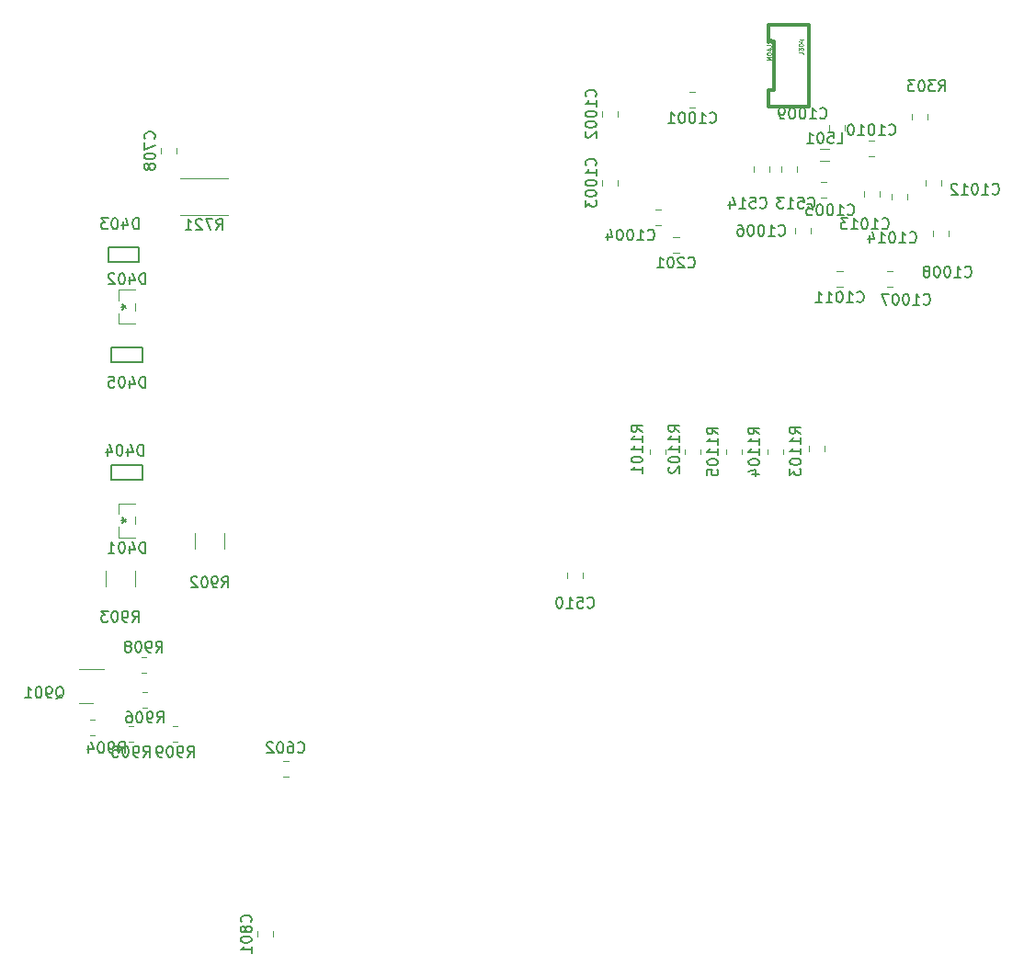
<source format=gbr>
%TF.GenerationSoftware,KiCad,Pcbnew,6.0.2+dfsg-1*%
%TF.CreationDate,2023-01-27T10:33:09-05:00*%
%TF.ProjectId,vehicle-can-collector,76656869-636c-4652-9d63-616e2d636f6c,rev?*%
%TF.SameCoordinates,Original*%
%TF.FileFunction,Legend,Bot*%
%TF.FilePolarity,Positive*%
%FSLAX46Y46*%
G04 Gerber Fmt 4.6, Leading zero omitted, Abs format (unit mm)*
G04 Created by KiCad (PCBNEW 6.0.2+dfsg-1) date 2023-01-27 10:33:09*
%MOMM*%
%LPD*%
G01*
G04 APERTURE LIST*
%ADD10C,0.025400*%
%ADD11C,0.150000*%
%ADD12C,0.304800*%
%ADD13C,0.120000*%
%ADD14C,0.152400*%
G04 APERTURE END LIST*
D10*
%TO.C,J304*%
X143140127Y-48945074D02*
X143430413Y-48945074D01*
X143488470Y-48964426D01*
X143527175Y-49003131D01*
X143546527Y-49061188D01*
X143546527Y-49099893D01*
X143140127Y-48790255D02*
X143140127Y-48538674D01*
X143294946Y-48674140D01*
X143294946Y-48616083D01*
X143314299Y-48577379D01*
X143333651Y-48558026D01*
X143372356Y-48538674D01*
X143469118Y-48538674D01*
X143507822Y-48558026D01*
X143527175Y-48577379D01*
X143546527Y-48616083D01*
X143546527Y-48732198D01*
X143527175Y-48770902D01*
X143507822Y-48790255D01*
X143140127Y-48287093D02*
X143140127Y-48248388D01*
X143159480Y-48209683D01*
X143178832Y-48190331D01*
X143217537Y-48170979D01*
X143294946Y-48151626D01*
X143391708Y-48151626D01*
X143469118Y-48170979D01*
X143507822Y-48190331D01*
X143527175Y-48209683D01*
X143546527Y-48248388D01*
X143546527Y-48287093D01*
X143527175Y-48325798D01*
X143507822Y-48345150D01*
X143469118Y-48364502D01*
X143391708Y-48383855D01*
X143294946Y-48383855D01*
X143217537Y-48364502D01*
X143178832Y-48345150D01*
X143159480Y-48325798D01*
X143140127Y-48287093D01*
X143275594Y-47803283D02*
X143546527Y-47803283D01*
X143120775Y-47900045D02*
X143411060Y-47996807D01*
X143411060Y-47745226D01*
X140625527Y-49651436D02*
X140219127Y-49651436D01*
X140509413Y-49515969D01*
X140219127Y-49380502D01*
X140625527Y-49380502D01*
X140219127Y-49109569D02*
X140219127Y-49070864D01*
X140238480Y-49032160D01*
X140257832Y-49012807D01*
X140296537Y-48993455D01*
X140373946Y-48974102D01*
X140470708Y-48974102D01*
X140548118Y-48993455D01*
X140586822Y-49012807D01*
X140606175Y-49032160D01*
X140625527Y-49070864D01*
X140625527Y-49109569D01*
X140606175Y-49148274D01*
X140586822Y-49167626D01*
X140548118Y-49186979D01*
X140470708Y-49206331D01*
X140373946Y-49206331D01*
X140296537Y-49186979D01*
X140257832Y-49167626D01*
X140238480Y-49148274D01*
X140219127Y-49109569D01*
X140354594Y-48625760D02*
X140625527Y-48625760D01*
X140199775Y-48722521D02*
X140490060Y-48819283D01*
X140490060Y-48567702D01*
X140219127Y-48296769D02*
X140509413Y-48296769D01*
X140567470Y-48316121D01*
X140606175Y-48354826D01*
X140625527Y-48412883D01*
X140625527Y-48451588D01*
X140606175Y-48122598D02*
X140625527Y-48064540D01*
X140625527Y-47967779D01*
X140606175Y-47929074D01*
X140586822Y-47909721D01*
X140548118Y-47890369D01*
X140509413Y-47890369D01*
X140470708Y-47909721D01*
X140451356Y-47929074D01*
X140432003Y-47967779D01*
X140412651Y-48045188D01*
X140393299Y-48083893D01*
X140373946Y-48103245D01*
X140335241Y-48122598D01*
X140296537Y-48122598D01*
X140257832Y-48103245D01*
X140238480Y-48083893D01*
X140219127Y-48045188D01*
X140219127Y-47948426D01*
X140238480Y-47890369D01*
X140219127Y-47774255D02*
X140219127Y-47542026D01*
X140625527Y-47658140D02*
X140219127Y-47658140D01*
D11*
%TO.C,R303*%
X156059047Y-52522380D02*
X156392380Y-52046190D01*
X156630476Y-52522380D02*
X156630476Y-51522380D01*
X156249523Y-51522380D01*
X156154285Y-51570000D01*
X156106666Y-51617619D01*
X156059047Y-51712857D01*
X156059047Y-51855714D01*
X156106666Y-51950952D01*
X156154285Y-51998571D01*
X156249523Y-52046190D01*
X156630476Y-52046190D01*
X155725714Y-51522380D02*
X155106666Y-51522380D01*
X155440000Y-51903333D01*
X155297142Y-51903333D01*
X155201904Y-51950952D01*
X155154285Y-51998571D01*
X155106666Y-52093809D01*
X155106666Y-52331904D01*
X155154285Y-52427142D01*
X155201904Y-52474761D01*
X155297142Y-52522380D01*
X155582857Y-52522380D01*
X155678095Y-52474761D01*
X155725714Y-52427142D01*
X154487619Y-51522380D02*
X154392380Y-51522380D01*
X154297142Y-51570000D01*
X154249523Y-51617619D01*
X154201904Y-51712857D01*
X154154285Y-51903333D01*
X154154285Y-52141428D01*
X154201904Y-52331904D01*
X154249523Y-52427142D01*
X154297142Y-52474761D01*
X154392380Y-52522380D01*
X154487619Y-52522380D01*
X154582857Y-52474761D01*
X154630476Y-52427142D01*
X154678095Y-52331904D01*
X154725714Y-52141428D01*
X154725714Y-51903333D01*
X154678095Y-51712857D01*
X154630476Y-51617619D01*
X154582857Y-51570000D01*
X154487619Y-51522380D01*
X153820952Y-51522380D02*
X153201904Y-51522380D01*
X153535238Y-51903333D01*
X153392380Y-51903333D01*
X153297142Y-51950952D01*
X153249523Y-51998571D01*
X153201904Y-52093809D01*
X153201904Y-52331904D01*
X153249523Y-52427142D01*
X153297142Y-52474761D01*
X153392380Y-52522380D01*
X153678095Y-52522380D01*
X153773333Y-52474761D01*
X153820952Y-52427142D01*
%TO.C,C1011*%
X148512738Y-71887142D02*
X148560357Y-71934761D01*
X148703214Y-71982380D01*
X148798452Y-71982380D01*
X148941309Y-71934761D01*
X149036547Y-71839523D01*
X149084166Y-71744285D01*
X149131785Y-71553809D01*
X149131785Y-71410952D01*
X149084166Y-71220476D01*
X149036547Y-71125238D01*
X148941309Y-71030000D01*
X148798452Y-70982380D01*
X148703214Y-70982380D01*
X148560357Y-71030000D01*
X148512738Y-71077619D01*
X147560357Y-71982380D02*
X148131785Y-71982380D01*
X147846071Y-71982380D02*
X147846071Y-70982380D01*
X147941309Y-71125238D01*
X148036547Y-71220476D01*
X148131785Y-71268095D01*
X146941309Y-70982380D02*
X146846071Y-70982380D01*
X146750833Y-71030000D01*
X146703214Y-71077619D01*
X146655595Y-71172857D01*
X146607976Y-71363333D01*
X146607976Y-71601428D01*
X146655595Y-71791904D01*
X146703214Y-71887142D01*
X146750833Y-71934761D01*
X146846071Y-71982380D01*
X146941309Y-71982380D01*
X147036547Y-71934761D01*
X147084166Y-71887142D01*
X147131785Y-71791904D01*
X147179404Y-71601428D01*
X147179404Y-71363333D01*
X147131785Y-71172857D01*
X147084166Y-71077619D01*
X147036547Y-71030000D01*
X146941309Y-70982380D01*
X145655595Y-71982380D02*
X146227023Y-71982380D01*
X145941309Y-71982380D02*
X145941309Y-70982380D01*
X146036547Y-71125238D01*
X146131785Y-71220476D01*
X146227023Y-71268095D01*
X144703214Y-71982380D02*
X145274642Y-71982380D01*
X144988928Y-71982380D02*
X144988928Y-70982380D01*
X145084166Y-71125238D01*
X145179404Y-71220476D01*
X145274642Y-71268095D01*
%TO.C,C1002*%
X124407142Y-53014761D02*
X124454761Y-52967142D01*
X124502380Y-52824285D01*
X124502380Y-52729047D01*
X124454761Y-52586190D01*
X124359523Y-52490952D01*
X124264285Y-52443333D01*
X124073809Y-52395714D01*
X123930952Y-52395714D01*
X123740476Y-52443333D01*
X123645238Y-52490952D01*
X123550000Y-52586190D01*
X123502380Y-52729047D01*
X123502380Y-52824285D01*
X123550000Y-52967142D01*
X123597619Y-53014761D01*
X124502380Y-53967142D02*
X124502380Y-53395714D01*
X124502380Y-53681428D02*
X123502380Y-53681428D01*
X123645238Y-53586190D01*
X123740476Y-53490952D01*
X123788095Y-53395714D01*
X123502380Y-54586190D02*
X123502380Y-54681428D01*
X123550000Y-54776666D01*
X123597619Y-54824285D01*
X123692857Y-54871904D01*
X123883333Y-54919523D01*
X124121428Y-54919523D01*
X124311904Y-54871904D01*
X124407142Y-54824285D01*
X124454761Y-54776666D01*
X124502380Y-54681428D01*
X124502380Y-54586190D01*
X124454761Y-54490952D01*
X124407142Y-54443333D01*
X124311904Y-54395714D01*
X124121428Y-54348095D01*
X123883333Y-54348095D01*
X123692857Y-54395714D01*
X123597619Y-54443333D01*
X123550000Y-54490952D01*
X123502380Y-54586190D01*
X123502380Y-55538571D02*
X123502380Y-55633809D01*
X123550000Y-55729047D01*
X123597619Y-55776666D01*
X123692857Y-55824285D01*
X123883333Y-55871904D01*
X124121428Y-55871904D01*
X124311904Y-55824285D01*
X124407142Y-55776666D01*
X124454761Y-55729047D01*
X124502380Y-55633809D01*
X124502380Y-55538571D01*
X124454761Y-55443333D01*
X124407142Y-55395714D01*
X124311904Y-55348095D01*
X124121428Y-55300476D01*
X123883333Y-55300476D01*
X123692857Y-55348095D01*
X123597619Y-55395714D01*
X123550000Y-55443333D01*
X123502380Y-55538571D01*
X123597619Y-56252857D02*
X123550000Y-56300476D01*
X123502380Y-56395714D01*
X123502380Y-56633809D01*
X123550000Y-56729047D01*
X123597619Y-56776666D01*
X123692857Y-56824285D01*
X123788095Y-56824285D01*
X123930952Y-56776666D01*
X124502380Y-56205238D01*
X124502380Y-56824285D01*
%TO.C,R902*%
X90019047Y-98242380D02*
X90352380Y-97766190D01*
X90590476Y-98242380D02*
X90590476Y-97242380D01*
X90209523Y-97242380D01*
X90114285Y-97290000D01*
X90066666Y-97337619D01*
X90019047Y-97432857D01*
X90019047Y-97575714D01*
X90066666Y-97670952D01*
X90114285Y-97718571D01*
X90209523Y-97766190D01*
X90590476Y-97766190D01*
X89542857Y-98242380D02*
X89352380Y-98242380D01*
X89257142Y-98194761D01*
X89209523Y-98147142D01*
X89114285Y-98004285D01*
X89066666Y-97813809D01*
X89066666Y-97432857D01*
X89114285Y-97337619D01*
X89161904Y-97290000D01*
X89257142Y-97242380D01*
X89447619Y-97242380D01*
X89542857Y-97290000D01*
X89590476Y-97337619D01*
X89638095Y-97432857D01*
X89638095Y-97670952D01*
X89590476Y-97766190D01*
X89542857Y-97813809D01*
X89447619Y-97861428D01*
X89257142Y-97861428D01*
X89161904Y-97813809D01*
X89114285Y-97766190D01*
X89066666Y-97670952D01*
X88447619Y-97242380D02*
X88352380Y-97242380D01*
X88257142Y-97290000D01*
X88209523Y-97337619D01*
X88161904Y-97432857D01*
X88114285Y-97623333D01*
X88114285Y-97861428D01*
X88161904Y-98051904D01*
X88209523Y-98147142D01*
X88257142Y-98194761D01*
X88352380Y-98242380D01*
X88447619Y-98242380D01*
X88542857Y-98194761D01*
X88590476Y-98147142D01*
X88638095Y-98051904D01*
X88685714Y-97861428D01*
X88685714Y-97623333D01*
X88638095Y-97432857D01*
X88590476Y-97337619D01*
X88542857Y-97290000D01*
X88447619Y-97242380D01*
X87733333Y-97337619D02*
X87685714Y-97290000D01*
X87590476Y-97242380D01*
X87352380Y-97242380D01*
X87257142Y-97290000D01*
X87209523Y-97337619D01*
X87161904Y-97432857D01*
X87161904Y-97528095D01*
X87209523Y-97670952D01*
X87780952Y-98242380D01*
X87161904Y-98242380D01*
%TO.C,D403*%
X82335476Y-65222380D02*
X82335476Y-64222380D01*
X82097380Y-64222380D01*
X81954523Y-64270000D01*
X81859285Y-64365238D01*
X81811666Y-64460476D01*
X81764047Y-64650952D01*
X81764047Y-64793809D01*
X81811666Y-64984285D01*
X81859285Y-65079523D01*
X81954523Y-65174761D01*
X82097380Y-65222380D01*
X82335476Y-65222380D01*
X80906904Y-64555714D02*
X80906904Y-65222380D01*
X81145000Y-64174761D02*
X81383095Y-64889047D01*
X80764047Y-64889047D01*
X80192619Y-64222380D02*
X80097380Y-64222380D01*
X80002142Y-64270000D01*
X79954523Y-64317619D01*
X79906904Y-64412857D01*
X79859285Y-64603333D01*
X79859285Y-64841428D01*
X79906904Y-65031904D01*
X79954523Y-65127142D01*
X80002142Y-65174761D01*
X80097380Y-65222380D01*
X80192619Y-65222380D01*
X80287857Y-65174761D01*
X80335476Y-65127142D01*
X80383095Y-65031904D01*
X80430714Y-64841428D01*
X80430714Y-64603333D01*
X80383095Y-64412857D01*
X80335476Y-64317619D01*
X80287857Y-64270000D01*
X80192619Y-64222380D01*
X79525952Y-64222380D02*
X78906904Y-64222380D01*
X79240238Y-64603333D01*
X79097380Y-64603333D01*
X79002142Y-64650952D01*
X78954523Y-64698571D01*
X78906904Y-64793809D01*
X78906904Y-65031904D01*
X78954523Y-65127142D01*
X79002142Y-65174761D01*
X79097380Y-65222380D01*
X79383095Y-65222380D01*
X79478333Y-65174761D01*
X79525952Y-65127142D01*
%TO.C,L501*%
X146669047Y-57322380D02*
X147145238Y-57322380D01*
X147145238Y-56322380D01*
X145859523Y-56322380D02*
X146335714Y-56322380D01*
X146383333Y-56798571D01*
X146335714Y-56750952D01*
X146240476Y-56703333D01*
X146002380Y-56703333D01*
X145907142Y-56750952D01*
X145859523Y-56798571D01*
X145811904Y-56893809D01*
X145811904Y-57131904D01*
X145859523Y-57227142D01*
X145907142Y-57274761D01*
X146002380Y-57322380D01*
X146240476Y-57322380D01*
X146335714Y-57274761D01*
X146383333Y-57227142D01*
X145192857Y-56322380D02*
X145097619Y-56322380D01*
X145002380Y-56370000D01*
X144954761Y-56417619D01*
X144907142Y-56512857D01*
X144859523Y-56703333D01*
X144859523Y-56941428D01*
X144907142Y-57131904D01*
X144954761Y-57227142D01*
X145002380Y-57274761D01*
X145097619Y-57322380D01*
X145192857Y-57322380D01*
X145288095Y-57274761D01*
X145335714Y-57227142D01*
X145383333Y-57131904D01*
X145430952Y-56941428D01*
X145430952Y-56703333D01*
X145383333Y-56512857D01*
X145335714Y-56417619D01*
X145288095Y-56370000D01*
X145192857Y-56322380D01*
X143907142Y-57322380D02*
X144478571Y-57322380D01*
X144192857Y-57322380D02*
X144192857Y-56322380D01*
X144288095Y-56465238D01*
X144383333Y-56560476D01*
X144478571Y-56608095D01*
%TO.C,R721*%
X89509047Y-65302380D02*
X89842380Y-64826190D01*
X90080476Y-65302380D02*
X90080476Y-64302380D01*
X89699523Y-64302380D01*
X89604285Y-64350000D01*
X89556666Y-64397619D01*
X89509047Y-64492857D01*
X89509047Y-64635714D01*
X89556666Y-64730952D01*
X89604285Y-64778571D01*
X89699523Y-64826190D01*
X90080476Y-64826190D01*
X89175714Y-64302380D02*
X88509047Y-64302380D01*
X88937619Y-65302380D01*
X88175714Y-64397619D02*
X88128095Y-64350000D01*
X88032857Y-64302380D01*
X87794761Y-64302380D01*
X87699523Y-64350000D01*
X87651904Y-64397619D01*
X87604285Y-64492857D01*
X87604285Y-64588095D01*
X87651904Y-64730952D01*
X88223333Y-65302380D01*
X87604285Y-65302380D01*
X86651904Y-65302380D02*
X87223333Y-65302380D01*
X86937619Y-65302380D02*
X86937619Y-64302380D01*
X87032857Y-64445238D01*
X87128095Y-64540476D01*
X87223333Y-64588095D01*
%TO.C,C602*%
X97004047Y-113387142D02*
X97051666Y-113434761D01*
X97194523Y-113482380D01*
X97289761Y-113482380D01*
X97432619Y-113434761D01*
X97527857Y-113339523D01*
X97575476Y-113244285D01*
X97623095Y-113053809D01*
X97623095Y-112910952D01*
X97575476Y-112720476D01*
X97527857Y-112625238D01*
X97432619Y-112530000D01*
X97289761Y-112482380D01*
X97194523Y-112482380D01*
X97051666Y-112530000D01*
X97004047Y-112577619D01*
X96146904Y-112482380D02*
X96337380Y-112482380D01*
X96432619Y-112530000D01*
X96480238Y-112577619D01*
X96575476Y-112720476D01*
X96623095Y-112910952D01*
X96623095Y-113291904D01*
X96575476Y-113387142D01*
X96527857Y-113434761D01*
X96432619Y-113482380D01*
X96242142Y-113482380D01*
X96146904Y-113434761D01*
X96099285Y-113387142D01*
X96051666Y-113291904D01*
X96051666Y-113053809D01*
X96099285Y-112958571D01*
X96146904Y-112910952D01*
X96242142Y-112863333D01*
X96432619Y-112863333D01*
X96527857Y-112910952D01*
X96575476Y-112958571D01*
X96623095Y-113053809D01*
X95432619Y-112482380D02*
X95337380Y-112482380D01*
X95242142Y-112530000D01*
X95194523Y-112577619D01*
X95146904Y-112672857D01*
X95099285Y-112863333D01*
X95099285Y-113101428D01*
X95146904Y-113291904D01*
X95194523Y-113387142D01*
X95242142Y-113434761D01*
X95337380Y-113482380D01*
X95432619Y-113482380D01*
X95527857Y-113434761D01*
X95575476Y-113387142D01*
X95623095Y-113291904D01*
X95670714Y-113101428D01*
X95670714Y-112863333D01*
X95623095Y-112672857D01*
X95575476Y-112577619D01*
X95527857Y-112530000D01*
X95432619Y-112482380D01*
X94718333Y-112577619D02*
X94670714Y-112530000D01*
X94575476Y-112482380D01*
X94337380Y-112482380D01*
X94242142Y-112530000D01*
X94194523Y-112577619D01*
X94146904Y-112672857D01*
X94146904Y-112768095D01*
X94194523Y-112910952D01*
X94765952Y-113482380D01*
X94146904Y-113482380D01*
%TO.C,R1101*%
X128722380Y-83902697D02*
X128246190Y-83569364D01*
X128722380Y-83331269D02*
X127722380Y-83331269D01*
X127722380Y-83712221D01*
X127770000Y-83807459D01*
X127817619Y-83855078D01*
X127912857Y-83902697D01*
X128055714Y-83902697D01*
X128150952Y-83855078D01*
X128198571Y-83807459D01*
X128246190Y-83712221D01*
X128246190Y-83331269D01*
X128722380Y-84855078D02*
X128722380Y-84283650D01*
X128722380Y-84569364D02*
X127722380Y-84569364D01*
X127865238Y-84474126D01*
X127960476Y-84378888D01*
X128008095Y-84283650D01*
X128722380Y-85807459D02*
X128722380Y-85236031D01*
X128722380Y-85521745D02*
X127722380Y-85521745D01*
X127865238Y-85426507D01*
X127960476Y-85331269D01*
X128008095Y-85236031D01*
X127722380Y-86426507D02*
X127722380Y-86521745D01*
X127770000Y-86616983D01*
X127817619Y-86664602D01*
X127912857Y-86712221D01*
X128103333Y-86759840D01*
X128341428Y-86759840D01*
X128531904Y-86712221D01*
X128627142Y-86664602D01*
X128674761Y-86616983D01*
X128722380Y-86521745D01*
X128722380Y-86426507D01*
X128674761Y-86331269D01*
X128627142Y-86283650D01*
X128531904Y-86236031D01*
X128341428Y-86188412D01*
X128103333Y-86188412D01*
X127912857Y-86236031D01*
X127817619Y-86283650D01*
X127770000Y-86331269D01*
X127722380Y-86426507D01*
X128722380Y-87712221D02*
X128722380Y-87140793D01*
X128722380Y-87426507D02*
X127722380Y-87426507D01*
X127865238Y-87331269D01*
X127960476Y-87236031D01*
X128008095Y-87140793D01*
%TO.C,C201*%
X132966547Y-68712142D02*
X133014166Y-68759761D01*
X133157023Y-68807380D01*
X133252261Y-68807380D01*
X133395119Y-68759761D01*
X133490357Y-68664523D01*
X133537976Y-68569285D01*
X133585595Y-68378809D01*
X133585595Y-68235952D01*
X133537976Y-68045476D01*
X133490357Y-67950238D01*
X133395119Y-67855000D01*
X133252261Y-67807380D01*
X133157023Y-67807380D01*
X133014166Y-67855000D01*
X132966547Y-67902619D01*
X132585595Y-67902619D02*
X132537976Y-67855000D01*
X132442738Y-67807380D01*
X132204642Y-67807380D01*
X132109404Y-67855000D01*
X132061785Y-67902619D01*
X132014166Y-67997857D01*
X132014166Y-68093095D01*
X132061785Y-68235952D01*
X132633214Y-68807380D01*
X132014166Y-68807380D01*
X131395119Y-67807380D02*
X131299880Y-67807380D01*
X131204642Y-67855000D01*
X131157023Y-67902619D01*
X131109404Y-67997857D01*
X131061785Y-68188333D01*
X131061785Y-68426428D01*
X131109404Y-68616904D01*
X131157023Y-68712142D01*
X131204642Y-68759761D01*
X131299880Y-68807380D01*
X131395119Y-68807380D01*
X131490357Y-68759761D01*
X131537976Y-68712142D01*
X131585595Y-68616904D01*
X131633214Y-68426428D01*
X131633214Y-68188333D01*
X131585595Y-67997857D01*
X131537976Y-67902619D01*
X131490357Y-67855000D01*
X131395119Y-67807380D01*
X130109404Y-68807380D02*
X130680833Y-68807380D01*
X130395119Y-68807380D02*
X130395119Y-67807380D01*
X130490357Y-67950238D01*
X130585595Y-68045476D01*
X130680833Y-68093095D01*
%TO.C,C1006*%
X141295238Y-65762142D02*
X141342857Y-65809761D01*
X141485714Y-65857380D01*
X141580952Y-65857380D01*
X141723809Y-65809761D01*
X141819047Y-65714523D01*
X141866666Y-65619285D01*
X141914285Y-65428809D01*
X141914285Y-65285952D01*
X141866666Y-65095476D01*
X141819047Y-65000238D01*
X141723809Y-64905000D01*
X141580952Y-64857380D01*
X141485714Y-64857380D01*
X141342857Y-64905000D01*
X141295238Y-64952619D01*
X140342857Y-65857380D02*
X140914285Y-65857380D01*
X140628571Y-65857380D02*
X140628571Y-64857380D01*
X140723809Y-65000238D01*
X140819047Y-65095476D01*
X140914285Y-65143095D01*
X139723809Y-64857380D02*
X139628571Y-64857380D01*
X139533333Y-64905000D01*
X139485714Y-64952619D01*
X139438095Y-65047857D01*
X139390476Y-65238333D01*
X139390476Y-65476428D01*
X139438095Y-65666904D01*
X139485714Y-65762142D01*
X139533333Y-65809761D01*
X139628571Y-65857380D01*
X139723809Y-65857380D01*
X139819047Y-65809761D01*
X139866666Y-65762142D01*
X139914285Y-65666904D01*
X139961904Y-65476428D01*
X139961904Y-65238333D01*
X139914285Y-65047857D01*
X139866666Y-64952619D01*
X139819047Y-64905000D01*
X139723809Y-64857380D01*
X138771428Y-64857380D02*
X138676190Y-64857380D01*
X138580952Y-64905000D01*
X138533333Y-64952619D01*
X138485714Y-65047857D01*
X138438095Y-65238333D01*
X138438095Y-65476428D01*
X138485714Y-65666904D01*
X138533333Y-65762142D01*
X138580952Y-65809761D01*
X138676190Y-65857380D01*
X138771428Y-65857380D01*
X138866666Y-65809761D01*
X138914285Y-65762142D01*
X138961904Y-65666904D01*
X139009523Y-65476428D01*
X139009523Y-65238333D01*
X138961904Y-65047857D01*
X138914285Y-64952619D01*
X138866666Y-64905000D01*
X138771428Y-64857380D01*
X137580952Y-64857380D02*
X137771428Y-64857380D01*
X137866666Y-64905000D01*
X137914285Y-64952619D01*
X138009523Y-65095476D01*
X138057142Y-65285952D01*
X138057142Y-65666904D01*
X138009523Y-65762142D01*
X137961904Y-65809761D01*
X137866666Y-65857380D01*
X137676190Y-65857380D01*
X137580952Y-65809761D01*
X137533333Y-65762142D01*
X137485714Y-65666904D01*
X137485714Y-65428809D01*
X137533333Y-65333571D01*
X137580952Y-65285952D01*
X137676190Y-65238333D01*
X137866666Y-65238333D01*
X137961904Y-65285952D01*
X138009523Y-65333571D01*
X138057142Y-65428809D01*
%TO.C,R1104*%
X139517380Y-84129761D02*
X139041190Y-83796428D01*
X139517380Y-83558333D02*
X138517380Y-83558333D01*
X138517380Y-83939285D01*
X138565000Y-84034523D01*
X138612619Y-84082142D01*
X138707857Y-84129761D01*
X138850714Y-84129761D01*
X138945952Y-84082142D01*
X138993571Y-84034523D01*
X139041190Y-83939285D01*
X139041190Y-83558333D01*
X139517380Y-85082142D02*
X139517380Y-84510714D01*
X139517380Y-84796428D02*
X138517380Y-84796428D01*
X138660238Y-84701190D01*
X138755476Y-84605952D01*
X138803095Y-84510714D01*
X139517380Y-86034523D02*
X139517380Y-85463095D01*
X139517380Y-85748809D02*
X138517380Y-85748809D01*
X138660238Y-85653571D01*
X138755476Y-85558333D01*
X138803095Y-85463095D01*
X138517380Y-86653571D02*
X138517380Y-86748809D01*
X138565000Y-86844047D01*
X138612619Y-86891666D01*
X138707857Y-86939285D01*
X138898333Y-86986904D01*
X139136428Y-86986904D01*
X139326904Y-86939285D01*
X139422142Y-86891666D01*
X139469761Y-86844047D01*
X139517380Y-86748809D01*
X139517380Y-86653571D01*
X139469761Y-86558333D01*
X139422142Y-86510714D01*
X139326904Y-86463095D01*
X139136428Y-86415476D01*
X138898333Y-86415476D01*
X138707857Y-86463095D01*
X138612619Y-86510714D01*
X138565000Y-86558333D01*
X138517380Y-86653571D01*
X138850714Y-87844047D02*
X139517380Y-87844047D01*
X138469761Y-87605952D02*
X139184047Y-87367857D01*
X139184047Y-87986904D01*
%TO.C,C1012*%
X160980238Y-61952142D02*
X161027857Y-61999761D01*
X161170714Y-62047380D01*
X161265952Y-62047380D01*
X161408809Y-61999761D01*
X161504047Y-61904523D01*
X161551666Y-61809285D01*
X161599285Y-61618809D01*
X161599285Y-61475952D01*
X161551666Y-61285476D01*
X161504047Y-61190238D01*
X161408809Y-61095000D01*
X161265952Y-61047380D01*
X161170714Y-61047380D01*
X161027857Y-61095000D01*
X160980238Y-61142619D01*
X160027857Y-62047380D02*
X160599285Y-62047380D01*
X160313571Y-62047380D02*
X160313571Y-61047380D01*
X160408809Y-61190238D01*
X160504047Y-61285476D01*
X160599285Y-61333095D01*
X159408809Y-61047380D02*
X159313571Y-61047380D01*
X159218333Y-61095000D01*
X159170714Y-61142619D01*
X159123095Y-61237857D01*
X159075476Y-61428333D01*
X159075476Y-61666428D01*
X159123095Y-61856904D01*
X159170714Y-61952142D01*
X159218333Y-61999761D01*
X159313571Y-62047380D01*
X159408809Y-62047380D01*
X159504047Y-61999761D01*
X159551666Y-61952142D01*
X159599285Y-61856904D01*
X159646904Y-61666428D01*
X159646904Y-61428333D01*
X159599285Y-61237857D01*
X159551666Y-61142619D01*
X159504047Y-61095000D01*
X159408809Y-61047380D01*
X158123095Y-62047380D02*
X158694523Y-62047380D01*
X158408809Y-62047380D02*
X158408809Y-61047380D01*
X158504047Y-61190238D01*
X158599285Y-61285476D01*
X158694523Y-61333095D01*
X157742142Y-61142619D02*
X157694523Y-61095000D01*
X157599285Y-61047380D01*
X157361190Y-61047380D01*
X157265952Y-61095000D01*
X157218333Y-61142619D01*
X157170714Y-61237857D01*
X157170714Y-61333095D01*
X157218333Y-61475952D01*
X157789761Y-62047380D01*
X157170714Y-62047380D01*
%TO.C,C708*%
X83767142Y-56898452D02*
X83814761Y-56850833D01*
X83862380Y-56707976D01*
X83862380Y-56612738D01*
X83814761Y-56469880D01*
X83719523Y-56374642D01*
X83624285Y-56327023D01*
X83433809Y-56279404D01*
X83290952Y-56279404D01*
X83100476Y-56327023D01*
X83005238Y-56374642D01*
X82910000Y-56469880D01*
X82862380Y-56612738D01*
X82862380Y-56707976D01*
X82910000Y-56850833D01*
X82957619Y-56898452D01*
X82862380Y-57231785D02*
X82862380Y-57898452D01*
X83862380Y-57469880D01*
X82862380Y-58469880D02*
X82862380Y-58565119D01*
X82910000Y-58660357D01*
X82957619Y-58707976D01*
X83052857Y-58755595D01*
X83243333Y-58803214D01*
X83481428Y-58803214D01*
X83671904Y-58755595D01*
X83767142Y-58707976D01*
X83814761Y-58660357D01*
X83862380Y-58565119D01*
X83862380Y-58469880D01*
X83814761Y-58374642D01*
X83767142Y-58327023D01*
X83671904Y-58279404D01*
X83481428Y-58231785D01*
X83243333Y-58231785D01*
X83052857Y-58279404D01*
X82957619Y-58327023D01*
X82910000Y-58374642D01*
X82862380Y-58469880D01*
X83290952Y-59374642D02*
X83243333Y-59279404D01*
X83195714Y-59231785D01*
X83100476Y-59184166D01*
X83052857Y-59184166D01*
X82957619Y-59231785D01*
X82910000Y-59279404D01*
X82862380Y-59374642D01*
X82862380Y-59565119D01*
X82910000Y-59660357D01*
X82957619Y-59707976D01*
X83052857Y-59755595D01*
X83100476Y-59755595D01*
X83195714Y-59707976D01*
X83243333Y-59660357D01*
X83290952Y-59565119D01*
X83290952Y-59374642D01*
X83338571Y-59279404D01*
X83386190Y-59231785D01*
X83481428Y-59184166D01*
X83671904Y-59184166D01*
X83767142Y-59231785D01*
X83814761Y-59279404D01*
X83862380Y-59374642D01*
X83862380Y-59565119D01*
X83814761Y-59660357D01*
X83767142Y-59707976D01*
X83671904Y-59755595D01*
X83481428Y-59755595D01*
X83386190Y-59707976D01*
X83338571Y-59660357D01*
X83290952Y-59565119D01*
%TO.C,R1102*%
X132167380Y-83902697D02*
X131691190Y-83569364D01*
X132167380Y-83331269D02*
X131167380Y-83331269D01*
X131167380Y-83712221D01*
X131215000Y-83807459D01*
X131262619Y-83855078D01*
X131357857Y-83902697D01*
X131500714Y-83902697D01*
X131595952Y-83855078D01*
X131643571Y-83807459D01*
X131691190Y-83712221D01*
X131691190Y-83331269D01*
X132167380Y-84855078D02*
X132167380Y-84283650D01*
X132167380Y-84569364D02*
X131167380Y-84569364D01*
X131310238Y-84474126D01*
X131405476Y-84378888D01*
X131453095Y-84283650D01*
X132167380Y-85807459D02*
X132167380Y-85236031D01*
X132167380Y-85521745D02*
X131167380Y-85521745D01*
X131310238Y-85426507D01*
X131405476Y-85331269D01*
X131453095Y-85236031D01*
X131167380Y-86426507D02*
X131167380Y-86521745D01*
X131215000Y-86616983D01*
X131262619Y-86664602D01*
X131357857Y-86712221D01*
X131548333Y-86759840D01*
X131786428Y-86759840D01*
X131976904Y-86712221D01*
X132072142Y-86664602D01*
X132119761Y-86616983D01*
X132167380Y-86521745D01*
X132167380Y-86426507D01*
X132119761Y-86331269D01*
X132072142Y-86283650D01*
X131976904Y-86236031D01*
X131786428Y-86188412D01*
X131548333Y-86188412D01*
X131357857Y-86236031D01*
X131262619Y-86283650D01*
X131215000Y-86331269D01*
X131167380Y-86426507D01*
X131262619Y-87140793D02*
X131215000Y-87188412D01*
X131167380Y-87283650D01*
X131167380Y-87521745D01*
X131215000Y-87616983D01*
X131262619Y-87664602D01*
X131357857Y-87712221D01*
X131453095Y-87712221D01*
X131595952Y-87664602D01*
X132167380Y-87093174D01*
X132167380Y-87712221D01*
%TO.C,C1001*%
X134945238Y-55377142D02*
X134992857Y-55424761D01*
X135135714Y-55472380D01*
X135230952Y-55472380D01*
X135373809Y-55424761D01*
X135469047Y-55329523D01*
X135516666Y-55234285D01*
X135564285Y-55043809D01*
X135564285Y-54900952D01*
X135516666Y-54710476D01*
X135469047Y-54615238D01*
X135373809Y-54520000D01*
X135230952Y-54472380D01*
X135135714Y-54472380D01*
X134992857Y-54520000D01*
X134945238Y-54567619D01*
X133992857Y-55472380D02*
X134564285Y-55472380D01*
X134278571Y-55472380D02*
X134278571Y-54472380D01*
X134373809Y-54615238D01*
X134469047Y-54710476D01*
X134564285Y-54758095D01*
X133373809Y-54472380D02*
X133278571Y-54472380D01*
X133183333Y-54520000D01*
X133135714Y-54567619D01*
X133088095Y-54662857D01*
X133040476Y-54853333D01*
X133040476Y-55091428D01*
X133088095Y-55281904D01*
X133135714Y-55377142D01*
X133183333Y-55424761D01*
X133278571Y-55472380D01*
X133373809Y-55472380D01*
X133469047Y-55424761D01*
X133516666Y-55377142D01*
X133564285Y-55281904D01*
X133611904Y-55091428D01*
X133611904Y-54853333D01*
X133564285Y-54662857D01*
X133516666Y-54567619D01*
X133469047Y-54520000D01*
X133373809Y-54472380D01*
X132421428Y-54472380D02*
X132326190Y-54472380D01*
X132230952Y-54520000D01*
X132183333Y-54567619D01*
X132135714Y-54662857D01*
X132088095Y-54853333D01*
X132088095Y-55091428D01*
X132135714Y-55281904D01*
X132183333Y-55377142D01*
X132230952Y-55424761D01*
X132326190Y-55472380D01*
X132421428Y-55472380D01*
X132516666Y-55424761D01*
X132564285Y-55377142D01*
X132611904Y-55281904D01*
X132659523Y-55091428D01*
X132659523Y-54853333D01*
X132611904Y-54662857D01*
X132564285Y-54567619D01*
X132516666Y-54520000D01*
X132421428Y-54472380D01*
X131135714Y-55472380D02*
X131707142Y-55472380D01*
X131421428Y-55472380D02*
X131421428Y-54472380D01*
X131516666Y-54615238D01*
X131611904Y-54710476D01*
X131707142Y-54758095D01*
%TO.C,R906*%
X84034047Y-110687380D02*
X84367380Y-110211190D01*
X84605476Y-110687380D02*
X84605476Y-109687380D01*
X84224523Y-109687380D01*
X84129285Y-109735000D01*
X84081666Y-109782619D01*
X84034047Y-109877857D01*
X84034047Y-110020714D01*
X84081666Y-110115952D01*
X84129285Y-110163571D01*
X84224523Y-110211190D01*
X84605476Y-110211190D01*
X83557857Y-110687380D02*
X83367380Y-110687380D01*
X83272142Y-110639761D01*
X83224523Y-110592142D01*
X83129285Y-110449285D01*
X83081666Y-110258809D01*
X83081666Y-109877857D01*
X83129285Y-109782619D01*
X83176904Y-109735000D01*
X83272142Y-109687380D01*
X83462619Y-109687380D01*
X83557857Y-109735000D01*
X83605476Y-109782619D01*
X83653095Y-109877857D01*
X83653095Y-110115952D01*
X83605476Y-110211190D01*
X83557857Y-110258809D01*
X83462619Y-110306428D01*
X83272142Y-110306428D01*
X83176904Y-110258809D01*
X83129285Y-110211190D01*
X83081666Y-110115952D01*
X82462619Y-109687380D02*
X82367380Y-109687380D01*
X82272142Y-109735000D01*
X82224523Y-109782619D01*
X82176904Y-109877857D01*
X82129285Y-110068333D01*
X82129285Y-110306428D01*
X82176904Y-110496904D01*
X82224523Y-110592142D01*
X82272142Y-110639761D01*
X82367380Y-110687380D01*
X82462619Y-110687380D01*
X82557857Y-110639761D01*
X82605476Y-110592142D01*
X82653095Y-110496904D01*
X82700714Y-110306428D01*
X82700714Y-110068333D01*
X82653095Y-109877857D01*
X82605476Y-109782619D01*
X82557857Y-109735000D01*
X82462619Y-109687380D01*
X81272142Y-109687380D02*
X81462619Y-109687380D01*
X81557857Y-109735000D01*
X81605476Y-109782619D01*
X81700714Y-109925476D01*
X81748333Y-110115952D01*
X81748333Y-110496904D01*
X81700714Y-110592142D01*
X81653095Y-110639761D01*
X81557857Y-110687380D01*
X81367380Y-110687380D01*
X81272142Y-110639761D01*
X81224523Y-110592142D01*
X81176904Y-110496904D01*
X81176904Y-110258809D01*
X81224523Y-110163571D01*
X81272142Y-110115952D01*
X81367380Y-110068333D01*
X81557857Y-110068333D01*
X81653095Y-110115952D01*
X81700714Y-110163571D01*
X81748333Y-110258809D01*
%TO.C,C1007*%
X154630238Y-72112142D02*
X154677857Y-72159761D01*
X154820714Y-72207380D01*
X154915952Y-72207380D01*
X155058809Y-72159761D01*
X155154047Y-72064523D01*
X155201666Y-71969285D01*
X155249285Y-71778809D01*
X155249285Y-71635952D01*
X155201666Y-71445476D01*
X155154047Y-71350238D01*
X155058809Y-71255000D01*
X154915952Y-71207380D01*
X154820714Y-71207380D01*
X154677857Y-71255000D01*
X154630238Y-71302619D01*
X153677857Y-72207380D02*
X154249285Y-72207380D01*
X153963571Y-72207380D02*
X153963571Y-71207380D01*
X154058809Y-71350238D01*
X154154047Y-71445476D01*
X154249285Y-71493095D01*
X153058809Y-71207380D02*
X152963571Y-71207380D01*
X152868333Y-71255000D01*
X152820714Y-71302619D01*
X152773095Y-71397857D01*
X152725476Y-71588333D01*
X152725476Y-71826428D01*
X152773095Y-72016904D01*
X152820714Y-72112142D01*
X152868333Y-72159761D01*
X152963571Y-72207380D01*
X153058809Y-72207380D01*
X153154047Y-72159761D01*
X153201666Y-72112142D01*
X153249285Y-72016904D01*
X153296904Y-71826428D01*
X153296904Y-71588333D01*
X153249285Y-71397857D01*
X153201666Y-71302619D01*
X153154047Y-71255000D01*
X153058809Y-71207380D01*
X152106428Y-71207380D02*
X152011190Y-71207380D01*
X151915952Y-71255000D01*
X151868333Y-71302619D01*
X151820714Y-71397857D01*
X151773095Y-71588333D01*
X151773095Y-71826428D01*
X151820714Y-72016904D01*
X151868333Y-72112142D01*
X151915952Y-72159761D01*
X152011190Y-72207380D01*
X152106428Y-72207380D01*
X152201666Y-72159761D01*
X152249285Y-72112142D01*
X152296904Y-72016904D01*
X152344523Y-71826428D01*
X152344523Y-71588333D01*
X152296904Y-71397857D01*
X152249285Y-71302619D01*
X152201666Y-71255000D01*
X152106428Y-71207380D01*
X151439761Y-71207380D02*
X150773095Y-71207380D01*
X151201666Y-72207380D01*
%TO.C,C514*%
X139564047Y-63222142D02*
X139611666Y-63269761D01*
X139754523Y-63317380D01*
X139849761Y-63317380D01*
X139992619Y-63269761D01*
X140087857Y-63174523D01*
X140135476Y-63079285D01*
X140183095Y-62888809D01*
X140183095Y-62745952D01*
X140135476Y-62555476D01*
X140087857Y-62460238D01*
X139992619Y-62365000D01*
X139849761Y-62317380D01*
X139754523Y-62317380D01*
X139611666Y-62365000D01*
X139564047Y-62412619D01*
X138659285Y-62317380D02*
X139135476Y-62317380D01*
X139183095Y-62793571D01*
X139135476Y-62745952D01*
X139040238Y-62698333D01*
X138802142Y-62698333D01*
X138706904Y-62745952D01*
X138659285Y-62793571D01*
X138611666Y-62888809D01*
X138611666Y-63126904D01*
X138659285Y-63222142D01*
X138706904Y-63269761D01*
X138802142Y-63317380D01*
X139040238Y-63317380D01*
X139135476Y-63269761D01*
X139183095Y-63222142D01*
X137659285Y-63317380D02*
X138230714Y-63317380D01*
X137945000Y-63317380D02*
X137945000Y-62317380D01*
X138040238Y-62460238D01*
X138135476Y-62555476D01*
X138230714Y-62603095D01*
X136802142Y-62650714D02*
X136802142Y-63317380D01*
X137040238Y-62269761D02*
X137278333Y-62984047D01*
X136659285Y-62984047D01*
%TO.C,C510*%
X123674047Y-100052142D02*
X123721666Y-100099761D01*
X123864523Y-100147380D01*
X123959761Y-100147380D01*
X124102619Y-100099761D01*
X124197857Y-100004523D01*
X124245476Y-99909285D01*
X124293095Y-99718809D01*
X124293095Y-99575952D01*
X124245476Y-99385476D01*
X124197857Y-99290238D01*
X124102619Y-99195000D01*
X123959761Y-99147380D01*
X123864523Y-99147380D01*
X123721666Y-99195000D01*
X123674047Y-99242619D01*
X122769285Y-99147380D02*
X123245476Y-99147380D01*
X123293095Y-99623571D01*
X123245476Y-99575952D01*
X123150238Y-99528333D01*
X122912142Y-99528333D01*
X122816904Y-99575952D01*
X122769285Y-99623571D01*
X122721666Y-99718809D01*
X122721666Y-99956904D01*
X122769285Y-100052142D01*
X122816904Y-100099761D01*
X122912142Y-100147380D01*
X123150238Y-100147380D01*
X123245476Y-100099761D01*
X123293095Y-100052142D01*
X121769285Y-100147380D02*
X122340714Y-100147380D01*
X122055000Y-100147380D02*
X122055000Y-99147380D01*
X122150238Y-99290238D01*
X122245476Y-99385476D01*
X122340714Y-99433095D01*
X121150238Y-99147380D02*
X121055000Y-99147380D01*
X120959761Y-99195000D01*
X120912142Y-99242619D01*
X120864523Y-99337857D01*
X120816904Y-99528333D01*
X120816904Y-99766428D01*
X120864523Y-99956904D01*
X120912142Y-100052142D01*
X120959761Y-100099761D01*
X121055000Y-100147380D01*
X121150238Y-100147380D01*
X121245476Y-100099761D01*
X121293095Y-100052142D01*
X121340714Y-99956904D01*
X121388333Y-99766428D01*
X121388333Y-99528333D01*
X121340714Y-99337857D01*
X121293095Y-99242619D01*
X121245476Y-99195000D01*
X121150238Y-99147380D01*
%TO.C,D402*%
X82970476Y-70302380D02*
X82970476Y-69302380D01*
X82732380Y-69302380D01*
X82589523Y-69350000D01*
X82494285Y-69445238D01*
X82446666Y-69540476D01*
X82399047Y-69730952D01*
X82399047Y-69873809D01*
X82446666Y-70064285D01*
X82494285Y-70159523D01*
X82589523Y-70254761D01*
X82732380Y-70302380D01*
X82970476Y-70302380D01*
X81541904Y-69635714D02*
X81541904Y-70302380D01*
X81780000Y-69254761D02*
X82018095Y-69969047D01*
X81399047Y-69969047D01*
X80827619Y-69302380D02*
X80732380Y-69302380D01*
X80637142Y-69350000D01*
X80589523Y-69397619D01*
X80541904Y-69492857D01*
X80494285Y-69683333D01*
X80494285Y-69921428D01*
X80541904Y-70111904D01*
X80589523Y-70207142D01*
X80637142Y-70254761D01*
X80732380Y-70302380D01*
X80827619Y-70302380D01*
X80922857Y-70254761D01*
X80970476Y-70207142D01*
X81018095Y-70111904D01*
X81065714Y-69921428D01*
X81065714Y-69683333D01*
X81018095Y-69492857D01*
X80970476Y-69397619D01*
X80922857Y-69350000D01*
X80827619Y-69302380D01*
X80113333Y-69397619D02*
X80065714Y-69350000D01*
X79970476Y-69302380D01*
X79732380Y-69302380D01*
X79637142Y-69350000D01*
X79589523Y-69397619D01*
X79541904Y-69492857D01*
X79541904Y-69588095D01*
X79589523Y-69730952D01*
X80160952Y-70302380D01*
X79541904Y-70302380D01*
X80732380Y-72390000D02*
X80970476Y-72390000D01*
X80875238Y-72151904D02*
X80970476Y-72390000D01*
X80875238Y-72628095D01*
X81160952Y-72247142D02*
X80970476Y-72390000D01*
X81160952Y-72532857D01*
%TO.C,R909*%
X86844047Y-113862380D02*
X87177380Y-113386190D01*
X87415476Y-113862380D02*
X87415476Y-112862380D01*
X87034523Y-112862380D01*
X86939285Y-112910000D01*
X86891666Y-112957619D01*
X86844047Y-113052857D01*
X86844047Y-113195714D01*
X86891666Y-113290952D01*
X86939285Y-113338571D01*
X87034523Y-113386190D01*
X87415476Y-113386190D01*
X86367857Y-113862380D02*
X86177380Y-113862380D01*
X86082142Y-113814761D01*
X86034523Y-113767142D01*
X85939285Y-113624285D01*
X85891666Y-113433809D01*
X85891666Y-113052857D01*
X85939285Y-112957619D01*
X85986904Y-112910000D01*
X86082142Y-112862380D01*
X86272619Y-112862380D01*
X86367857Y-112910000D01*
X86415476Y-112957619D01*
X86463095Y-113052857D01*
X86463095Y-113290952D01*
X86415476Y-113386190D01*
X86367857Y-113433809D01*
X86272619Y-113481428D01*
X86082142Y-113481428D01*
X85986904Y-113433809D01*
X85939285Y-113386190D01*
X85891666Y-113290952D01*
X85272619Y-112862380D02*
X85177380Y-112862380D01*
X85082142Y-112910000D01*
X85034523Y-112957619D01*
X84986904Y-113052857D01*
X84939285Y-113243333D01*
X84939285Y-113481428D01*
X84986904Y-113671904D01*
X85034523Y-113767142D01*
X85082142Y-113814761D01*
X85177380Y-113862380D01*
X85272619Y-113862380D01*
X85367857Y-113814761D01*
X85415476Y-113767142D01*
X85463095Y-113671904D01*
X85510714Y-113481428D01*
X85510714Y-113243333D01*
X85463095Y-113052857D01*
X85415476Y-112957619D01*
X85367857Y-112910000D01*
X85272619Y-112862380D01*
X84463095Y-113862380D02*
X84272619Y-113862380D01*
X84177380Y-113814761D01*
X84129761Y-113767142D01*
X84034523Y-113624285D01*
X83986904Y-113433809D01*
X83986904Y-113052857D01*
X84034523Y-112957619D01*
X84082142Y-112910000D01*
X84177380Y-112862380D01*
X84367857Y-112862380D01*
X84463095Y-112910000D01*
X84510714Y-112957619D01*
X84558333Y-113052857D01*
X84558333Y-113290952D01*
X84510714Y-113386190D01*
X84463095Y-113433809D01*
X84367857Y-113481428D01*
X84177380Y-113481428D01*
X84082142Y-113433809D01*
X84034523Y-113386190D01*
X83986904Y-113290952D01*
%TO.C,C801*%
X92657142Y-129055952D02*
X92704761Y-129008333D01*
X92752380Y-128865476D01*
X92752380Y-128770238D01*
X92704761Y-128627380D01*
X92609523Y-128532142D01*
X92514285Y-128484523D01*
X92323809Y-128436904D01*
X92180952Y-128436904D01*
X91990476Y-128484523D01*
X91895238Y-128532142D01*
X91800000Y-128627380D01*
X91752380Y-128770238D01*
X91752380Y-128865476D01*
X91800000Y-129008333D01*
X91847619Y-129055952D01*
X92180952Y-129627380D02*
X92133333Y-129532142D01*
X92085714Y-129484523D01*
X91990476Y-129436904D01*
X91942857Y-129436904D01*
X91847619Y-129484523D01*
X91800000Y-129532142D01*
X91752380Y-129627380D01*
X91752380Y-129817857D01*
X91800000Y-129913095D01*
X91847619Y-129960714D01*
X91942857Y-130008333D01*
X91990476Y-130008333D01*
X92085714Y-129960714D01*
X92133333Y-129913095D01*
X92180952Y-129817857D01*
X92180952Y-129627380D01*
X92228571Y-129532142D01*
X92276190Y-129484523D01*
X92371428Y-129436904D01*
X92561904Y-129436904D01*
X92657142Y-129484523D01*
X92704761Y-129532142D01*
X92752380Y-129627380D01*
X92752380Y-129817857D01*
X92704761Y-129913095D01*
X92657142Y-129960714D01*
X92561904Y-130008333D01*
X92371428Y-130008333D01*
X92276190Y-129960714D01*
X92228571Y-129913095D01*
X92180952Y-129817857D01*
X91752380Y-130627380D02*
X91752380Y-130722619D01*
X91800000Y-130817857D01*
X91847619Y-130865476D01*
X91942857Y-130913095D01*
X92133333Y-130960714D01*
X92371428Y-130960714D01*
X92561904Y-130913095D01*
X92657142Y-130865476D01*
X92704761Y-130817857D01*
X92752380Y-130722619D01*
X92752380Y-130627380D01*
X92704761Y-130532142D01*
X92657142Y-130484523D01*
X92561904Y-130436904D01*
X92371428Y-130389285D01*
X92133333Y-130389285D01*
X91942857Y-130436904D01*
X91847619Y-130484523D01*
X91800000Y-130532142D01*
X91752380Y-130627380D01*
X92752380Y-131913095D02*
X92752380Y-131341666D01*
X92752380Y-131627380D02*
X91752380Y-131627380D01*
X91895238Y-131532142D01*
X91990476Y-131436904D01*
X92038095Y-131341666D01*
%TO.C,R904*%
X80494047Y-113482380D02*
X80827380Y-113006190D01*
X81065476Y-113482380D02*
X81065476Y-112482380D01*
X80684523Y-112482380D01*
X80589285Y-112530000D01*
X80541666Y-112577619D01*
X80494047Y-112672857D01*
X80494047Y-112815714D01*
X80541666Y-112910952D01*
X80589285Y-112958571D01*
X80684523Y-113006190D01*
X81065476Y-113006190D01*
X80017857Y-113482380D02*
X79827380Y-113482380D01*
X79732142Y-113434761D01*
X79684523Y-113387142D01*
X79589285Y-113244285D01*
X79541666Y-113053809D01*
X79541666Y-112672857D01*
X79589285Y-112577619D01*
X79636904Y-112530000D01*
X79732142Y-112482380D01*
X79922619Y-112482380D01*
X80017857Y-112530000D01*
X80065476Y-112577619D01*
X80113095Y-112672857D01*
X80113095Y-112910952D01*
X80065476Y-113006190D01*
X80017857Y-113053809D01*
X79922619Y-113101428D01*
X79732142Y-113101428D01*
X79636904Y-113053809D01*
X79589285Y-113006190D01*
X79541666Y-112910952D01*
X78922619Y-112482380D02*
X78827380Y-112482380D01*
X78732142Y-112530000D01*
X78684523Y-112577619D01*
X78636904Y-112672857D01*
X78589285Y-112863333D01*
X78589285Y-113101428D01*
X78636904Y-113291904D01*
X78684523Y-113387142D01*
X78732142Y-113434761D01*
X78827380Y-113482380D01*
X78922619Y-113482380D01*
X79017857Y-113434761D01*
X79065476Y-113387142D01*
X79113095Y-113291904D01*
X79160714Y-113101428D01*
X79160714Y-112863333D01*
X79113095Y-112672857D01*
X79065476Y-112577619D01*
X79017857Y-112530000D01*
X78922619Y-112482380D01*
X77732142Y-112815714D02*
X77732142Y-113482380D01*
X77970238Y-112434761D02*
X78208333Y-113149047D01*
X77589285Y-113149047D01*
%TO.C,C1010*%
X151455238Y-56462142D02*
X151502857Y-56509761D01*
X151645714Y-56557380D01*
X151740952Y-56557380D01*
X151883809Y-56509761D01*
X151979047Y-56414523D01*
X152026666Y-56319285D01*
X152074285Y-56128809D01*
X152074285Y-55985952D01*
X152026666Y-55795476D01*
X151979047Y-55700238D01*
X151883809Y-55605000D01*
X151740952Y-55557380D01*
X151645714Y-55557380D01*
X151502857Y-55605000D01*
X151455238Y-55652619D01*
X150502857Y-56557380D02*
X151074285Y-56557380D01*
X150788571Y-56557380D02*
X150788571Y-55557380D01*
X150883809Y-55700238D01*
X150979047Y-55795476D01*
X151074285Y-55843095D01*
X149883809Y-55557380D02*
X149788571Y-55557380D01*
X149693333Y-55605000D01*
X149645714Y-55652619D01*
X149598095Y-55747857D01*
X149550476Y-55938333D01*
X149550476Y-56176428D01*
X149598095Y-56366904D01*
X149645714Y-56462142D01*
X149693333Y-56509761D01*
X149788571Y-56557380D01*
X149883809Y-56557380D01*
X149979047Y-56509761D01*
X150026666Y-56462142D01*
X150074285Y-56366904D01*
X150121904Y-56176428D01*
X150121904Y-55938333D01*
X150074285Y-55747857D01*
X150026666Y-55652619D01*
X149979047Y-55605000D01*
X149883809Y-55557380D01*
X148598095Y-56557380D02*
X149169523Y-56557380D01*
X148883809Y-56557380D02*
X148883809Y-55557380D01*
X148979047Y-55700238D01*
X149074285Y-55795476D01*
X149169523Y-55843095D01*
X147979047Y-55557380D02*
X147883809Y-55557380D01*
X147788571Y-55605000D01*
X147740952Y-55652619D01*
X147693333Y-55747857D01*
X147645714Y-55938333D01*
X147645714Y-56176428D01*
X147693333Y-56366904D01*
X147740952Y-56462142D01*
X147788571Y-56509761D01*
X147883809Y-56557380D01*
X147979047Y-56557380D01*
X148074285Y-56509761D01*
X148121904Y-56462142D01*
X148169523Y-56366904D01*
X148217142Y-56176428D01*
X148217142Y-55938333D01*
X148169523Y-55747857D01*
X148121904Y-55652619D01*
X148074285Y-55605000D01*
X147979047Y-55557380D01*
%TO.C,C1014*%
X153360238Y-66397142D02*
X153407857Y-66444761D01*
X153550714Y-66492380D01*
X153645952Y-66492380D01*
X153788809Y-66444761D01*
X153884047Y-66349523D01*
X153931666Y-66254285D01*
X153979285Y-66063809D01*
X153979285Y-65920952D01*
X153931666Y-65730476D01*
X153884047Y-65635238D01*
X153788809Y-65540000D01*
X153645952Y-65492380D01*
X153550714Y-65492380D01*
X153407857Y-65540000D01*
X153360238Y-65587619D01*
X152407857Y-66492380D02*
X152979285Y-66492380D01*
X152693571Y-66492380D02*
X152693571Y-65492380D01*
X152788809Y-65635238D01*
X152884047Y-65730476D01*
X152979285Y-65778095D01*
X151788809Y-65492380D02*
X151693571Y-65492380D01*
X151598333Y-65540000D01*
X151550714Y-65587619D01*
X151503095Y-65682857D01*
X151455476Y-65873333D01*
X151455476Y-66111428D01*
X151503095Y-66301904D01*
X151550714Y-66397142D01*
X151598333Y-66444761D01*
X151693571Y-66492380D01*
X151788809Y-66492380D01*
X151884047Y-66444761D01*
X151931666Y-66397142D01*
X151979285Y-66301904D01*
X152026904Y-66111428D01*
X152026904Y-65873333D01*
X151979285Y-65682857D01*
X151931666Y-65587619D01*
X151884047Y-65540000D01*
X151788809Y-65492380D01*
X150503095Y-66492380D02*
X151074523Y-66492380D01*
X150788809Y-66492380D02*
X150788809Y-65492380D01*
X150884047Y-65635238D01*
X150979285Y-65730476D01*
X151074523Y-65778095D01*
X149645952Y-65825714D02*
X149645952Y-66492380D01*
X149884047Y-65444761D02*
X150122142Y-66159047D01*
X149503095Y-66159047D01*
%TO.C,C513*%
X144009047Y-63222142D02*
X144056666Y-63269761D01*
X144199523Y-63317380D01*
X144294761Y-63317380D01*
X144437619Y-63269761D01*
X144532857Y-63174523D01*
X144580476Y-63079285D01*
X144628095Y-62888809D01*
X144628095Y-62745952D01*
X144580476Y-62555476D01*
X144532857Y-62460238D01*
X144437619Y-62365000D01*
X144294761Y-62317380D01*
X144199523Y-62317380D01*
X144056666Y-62365000D01*
X144009047Y-62412619D01*
X143104285Y-62317380D02*
X143580476Y-62317380D01*
X143628095Y-62793571D01*
X143580476Y-62745952D01*
X143485238Y-62698333D01*
X143247142Y-62698333D01*
X143151904Y-62745952D01*
X143104285Y-62793571D01*
X143056666Y-62888809D01*
X143056666Y-63126904D01*
X143104285Y-63222142D01*
X143151904Y-63269761D01*
X143247142Y-63317380D01*
X143485238Y-63317380D01*
X143580476Y-63269761D01*
X143628095Y-63222142D01*
X142104285Y-63317380D02*
X142675714Y-63317380D01*
X142390000Y-63317380D02*
X142390000Y-62317380D01*
X142485238Y-62460238D01*
X142580476Y-62555476D01*
X142675714Y-62603095D01*
X141770952Y-62317380D02*
X141151904Y-62317380D01*
X141485238Y-62698333D01*
X141342380Y-62698333D01*
X141247142Y-62745952D01*
X141199523Y-62793571D01*
X141151904Y-62888809D01*
X141151904Y-63126904D01*
X141199523Y-63222142D01*
X141247142Y-63269761D01*
X141342380Y-63317380D01*
X141628095Y-63317380D01*
X141723333Y-63269761D01*
X141770952Y-63222142D01*
%TO.C,R903*%
X81764047Y-101417380D02*
X82097380Y-100941190D01*
X82335476Y-101417380D02*
X82335476Y-100417380D01*
X81954523Y-100417380D01*
X81859285Y-100465000D01*
X81811666Y-100512619D01*
X81764047Y-100607857D01*
X81764047Y-100750714D01*
X81811666Y-100845952D01*
X81859285Y-100893571D01*
X81954523Y-100941190D01*
X82335476Y-100941190D01*
X81287857Y-101417380D02*
X81097380Y-101417380D01*
X81002142Y-101369761D01*
X80954523Y-101322142D01*
X80859285Y-101179285D01*
X80811666Y-100988809D01*
X80811666Y-100607857D01*
X80859285Y-100512619D01*
X80906904Y-100465000D01*
X81002142Y-100417380D01*
X81192619Y-100417380D01*
X81287857Y-100465000D01*
X81335476Y-100512619D01*
X81383095Y-100607857D01*
X81383095Y-100845952D01*
X81335476Y-100941190D01*
X81287857Y-100988809D01*
X81192619Y-101036428D01*
X81002142Y-101036428D01*
X80906904Y-100988809D01*
X80859285Y-100941190D01*
X80811666Y-100845952D01*
X80192619Y-100417380D02*
X80097380Y-100417380D01*
X80002142Y-100465000D01*
X79954523Y-100512619D01*
X79906904Y-100607857D01*
X79859285Y-100798333D01*
X79859285Y-101036428D01*
X79906904Y-101226904D01*
X79954523Y-101322142D01*
X80002142Y-101369761D01*
X80097380Y-101417380D01*
X80192619Y-101417380D01*
X80287857Y-101369761D01*
X80335476Y-101322142D01*
X80383095Y-101226904D01*
X80430714Y-101036428D01*
X80430714Y-100798333D01*
X80383095Y-100607857D01*
X80335476Y-100512619D01*
X80287857Y-100465000D01*
X80192619Y-100417380D01*
X79525952Y-100417380D02*
X78906904Y-100417380D01*
X79240238Y-100798333D01*
X79097380Y-100798333D01*
X79002142Y-100845952D01*
X78954523Y-100893571D01*
X78906904Y-100988809D01*
X78906904Y-101226904D01*
X78954523Y-101322142D01*
X79002142Y-101369761D01*
X79097380Y-101417380D01*
X79383095Y-101417380D01*
X79478333Y-101369761D01*
X79525952Y-101322142D01*
%TO.C,C1008*%
X158440238Y-69572142D02*
X158487857Y-69619761D01*
X158630714Y-69667380D01*
X158725952Y-69667380D01*
X158868809Y-69619761D01*
X158964047Y-69524523D01*
X159011666Y-69429285D01*
X159059285Y-69238809D01*
X159059285Y-69095952D01*
X159011666Y-68905476D01*
X158964047Y-68810238D01*
X158868809Y-68715000D01*
X158725952Y-68667380D01*
X158630714Y-68667380D01*
X158487857Y-68715000D01*
X158440238Y-68762619D01*
X157487857Y-69667380D02*
X158059285Y-69667380D01*
X157773571Y-69667380D02*
X157773571Y-68667380D01*
X157868809Y-68810238D01*
X157964047Y-68905476D01*
X158059285Y-68953095D01*
X156868809Y-68667380D02*
X156773571Y-68667380D01*
X156678333Y-68715000D01*
X156630714Y-68762619D01*
X156583095Y-68857857D01*
X156535476Y-69048333D01*
X156535476Y-69286428D01*
X156583095Y-69476904D01*
X156630714Y-69572142D01*
X156678333Y-69619761D01*
X156773571Y-69667380D01*
X156868809Y-69667380D01*
X156964047Y-69619761D01*
X157011666Y-69572142D01*
X157059285Y-69476904D01*
X157106904Y-69286428D01*
X157106904Y-69048333D01*
X157059285Y-68857857D01*
X157011666Y-68762619D01*
X156964047Y-68715000D01*
X156868809Y-68667380D01*
X155916428Y-68667380D02*
X155821190Y-68667380D01*
X155725952Y-68715000D01*
X155678333Y-68762619D01*
X155630714Y-68857857D01*
X155583095Y-69048333D01*
X155583095Y-69286428D01*
X155630714Y-69476904D01*
X155678333Y-69572142D01*
X155725952Y-69619761D01*
X155821190Y-69667380D01*
X155916428Y-69667380D01*
X156011666Y-69619761D01*
X156059285Y-69572142D01*
X156106904Y-69476904D01*
X156154523Y-69286428D01*
X156154523Y-69048333D01*
X156106904Y-68857857D01*
X156059285Y-68762619D01*
X156011666Y-68715000D01*
X155916428Y-68667380D01*
X155011666Y-69095952D02*
X155106904Y-69048333D01*
X155154523Y-69000714D01*
X155202142Y-68905476D01*
X155202142Y-68857857D01*
X155154523Y-68762619D01*
X155106904Y-68715000D01*
X155011666Y-68667380D01*
X154821190Y-68667380D01*
X154725952Y-68715000D01*
X154678333Y-68762619D01*
X154630714Y-68857857D01*
X154630714Y-68905476D01*
X154678333Y-69000714D01*
X154725952Y-69048333D01*
X154821190Y-69095952D01*
X155011666Y-69095952D01*
X155106904Y-69143571D01*
X155154523Y-69191190D01*
X155202142Y-69286428D01*
X155202142Y-69476904D01*
X155154523Y-69572142D01*
X155106904Y-69619761D01*
X155011666Y-69667380D01*
X154821190Y-69667380D01*
X154725952Y-69619761D01*
X154678333Y-69572142D01*
X154630714Y-69476904D01*
X154630714Y-69286428D01*
X154678333Y-69191190D01*
X154725952Y-69143571D01*
X154821190Y-69095952D01*
%TO.C,R908*%
X83939047Y-104212380D02*
X84272380Y-103736190D01*
X84510476Y-104212380D02*
X84510476Y-103212380D01*
X84129523Y-103212380D01*
X84034285Y-103260000D01*
X83986666Y-103307619D01*
X83939047Y-103402857D01*
X83939047Y-103545714D01*
X83986666Y-103640952D01*
X84034285Y-103688571D01*
X84129523Y-103736190D01*
X84510476Y-103736190D01*
X83462857Y-104212380D02*
X83272380Y-104212380D01*
X83177142Y-104164761D01*
X83129523Y-104117142D01*
X83034285Y-103974285D01*
X82986666Y-103783809D01*
X82986666Y-103402857D01*
X83034285Y-103307619D01*
X83081904Y-103260000D01*
X83177142Y-103212380D01*
X83367619Y-103212380D01*
X83462857Y-103260000D01*
X83510476Y-103307619D01*
X83558095Y-103402857D01*
X83558095Y-103640952D01*
X83510476Y-103736190D01*
X83462857Y-103783809D01*
X83367619Y-103831428D01*
X83177142Y-103831428D01*
X83081904Y-103783809D01*
X83034285Y-103736190D01*
X82986666Y-103640952D01*
X82367619Y-103212380D02*
X82272380Y-103212380D01*
X82177142Y-103260000D01*
X82129523Y-103307619D01*
X82081904Y-103402857D01*
X82034285Y-103593333D01*
X82034285Y-103831428D01*
X82081904Y-104021904D01*
X82129523Y-104117142D01*
X82177142Y-104164761D01*
X82272380Y-104212380D01*
X82367619Y-104212380D01*
X82462857Y-104164761D01*
X82510476Y-104117142D01*
X82558095Y-104021904D01*
X82605714Y-103831428D01*
X82605714Y-103593333D01*
X82558095Y-103402857D01*
X82510476Y-103307619D01*
X82462857Y-103260000D01*
X82367619Y-103212380D01*
X81462857Y-103640952D02*
X81558095Y-103593333D01*
X81605714Y-103545714D01*
X81653333Y-103450476D01*
X81653333Y-103402857D01*
X81605714Y-103307619D01*
X81558095Y-103260000D01*
X81462857Y-103212380D01*
X81272380Y-103212380D01*
X81177142Y-103260000D01*
X81129523Y-103307619D01*
X81081904Y-103402857D01*
X81081904Y-103450476D01*
X81129523Y-103545714D01*
X81177142Y-103593333D01*
X81272380Y-103640952D01*
X81462857Y-103640952D01*
X81558095Y-103688571D01*
X81605714Y-103736190D01*
X81653333Y-103831428D01*
X81653333Y-104021904D01*
X81605714Y-104117142D01*
X81558095Y-104164761D01*
X81462857Y-104212380D01*
X81272380Y-104212380D01*
X81177142Y-104164761D01*
X81129523Y-104117142D01*
X81081904Y-104021904D01*
X81081904Y-103831428D01*
X81129523Y-103736190D01*
X81177142Y-103688571D01*
X81272380Y-103640952D01*
%TO.C,R1103*%
X143327380Y-84086825D02*
X142851190Y-83753492D01*
X143327380Y-83515397D02*
X142327380Y-83515397D01*
X142327380Y-83896349D01*
X142375000Y-83991587D01*
X142422619Y-84039206D01*
X142517857Y-84086825D01*
X142660714Y-84086825D01*
X142755952Y-84039206D01*
X142803571Y-83991587D01*
X142851190Y-83896349D01*
X142851190Y-83515397D01*
X143327380Y-85039206D02*
X143327380Y-84467778D01*
X143327380Y-84753492D02*
X142327380Y-84753492D01*
X142470238Y-84658254D01*
X142565476Y-84563016D01*
X142613095Y-84467778D01*
X143327380Y-85991587D02*
X143327380Y-85420159D01*
X143327380Y-85705873D02*
X142327380Y-85705873D01*
X142470238Y-85610635D01*
X142565476Y-85515397D01*
X142613095Y-85420159D01*
X142327380Y-86610635D02*
X142327380Y-86705873D01*
X142375000Y-86801111D01*
X142422619Y-86848730D01*
X142517857Y-86896349D01*
X142708333Y-86943968D01*
X142946428Y-86943968D01*
X143136904Y-86896349D01*
X143232142Y-86848730D01*
X143279761Y-86801111D01*
X143327380Y-86705873D01*
X143327380Y-86610635D01*
X143279761Y-86515397D01*
X143232142Y-86467778D01*
X143136904Y-86420159D01*
X142946428Y-86372540D01*
X142708333Y-86372540D01*
X142517857Y-86420159D01*
X142422619Y-86467778D01*
X142375000Y-86515397D01*
X142327380Y-86610635D01*
X142327380Y-87277302D02*
X142327380Y-87896349D01*
X142708333Y-87563016D01*
X142708333Y-87705873D01*
X142755952Y-87801111D01*
X142803571Y-87848730D01*
X142898809Y-87896349D01*
X143136904Y-87896349D01*
X143232142Y-87848730D01*
X143279761Y-87801111D01*
X143327380Y-87705873D01*
X143327380Y-87420159D01*
X143279761Y-87324921D01*
X143232142Y-87277302D01*
%TO.C,D404*%
X82779976Y-86101180D02*
X82779976Y-85101180D01*
X82541880Y-85101180D01*
X82399023Y-85148800D01*
X82303785Y-85244038D01*
X82256166Y-85339276D01*
X82208547Y-85529752D01*
X82208547Y-85672609D01*
X82256166Y-85863085D01*
X82303785Y-85958323D01*
X82399023Y-86053561D01*
X82541880Y-86101180D01*
X82779976Y-86101180D01*
X81351404Y-85434514D02*
X81351404Y-86101180D01*
X81589500Y-85053561D02*
X81827595Y-85767847D01*
X81208547Y-85767847D01*
X80637119Y-85101180D02*
X80541880Y-85101180D01*
X80446642Y-85148800D01*
X80399023Y-85196419D01*
X80351404Y-85291657D01*
X80303785Y-85482133D01*
X80303785Y-85720228D01*
X80351404Y-85910704D01*
X80399023Y-86005942D01*
X80446642Y-86053561D01*
X80541880Y-86101180D01*
X80637119Y-86101180D01*
X80732357Y-86053561D01*
X80779976Y-86005942D01*
X80827595Y-85910704D01*
X80875214Y-85720228D01*
X80875214Y-85482133D01*
X80827595Y-85291657D01*
X80779976Y-85196419D01*
X80732357Y-85148800D01*
X80637119Y-85101180D01*
X79446642Y-85434514D02*
X79446642Y-86101180D01*
X79684738Y-85053561D02*
X79922833Y-85767847D01*
X79303785Y-85767847D01*
%TO.C,R1105*%
X135707380Y-84129761D02*
X135231190Y-83796428D01*
X135707380Y-83558333D02*
X134707380Y-83558333D01*
X134707380Y-83939285D01*
X134755000Y-84034523D01*
X134802619Y-84082142D01*
X134897857Y-84129761D01*
X135040714Y-84129761D01*
X135135952Y-84082142D01*
X135183571Y-84034523D01*
X135231190Y-83939285D01*
X135231190Y-83558333D01*
X135707380Y-85082142D02*
X135707380Y-84510714D01*
X135707380Y-84796428D02*
X134707380Y-84796428D01*
X134850238Y-84701190D01*
X134945476Y-84605952D01*
X134993095Y-84510714D01*
X135707380Y-86034523D02*
X135707380Y-85463095D01*
X135707380Y-85748809D02*
X134707380Y-85748809D01*
X134850238Y-85653571D01*
X134945476Y-85558333D01*
X134993095Y-85463095D01*
X134707380Y-86653571D02*
X134707380Y-86748809D01*
X134755000Y-86844047D01*
X134802619Y-86891666D01*
X134897857Y-86939285D01*
X135088333Y-86986904D01*
X135326428Y-86986904D01*
X135516904Y-86939285D01*
X135612142Y-86891666D01*
X135659761Y-86844047D01*
X135707380Y-86748809D01*
X135707380Y-86653571D01*
X135659761Y-86558333D01*
X135612142Y-86510714D01*
X135516904Y-86463095D01*
X135326428Y-86415476D01*
X135088333Y-86415476D01*
X134897857Y-86463095D01*
X134802619Y-86510714D01*
X134755000Y-86558333D01*
X134707380Y-86653571D01*
X134707380Y-87891666D02*
X134707380Y-87415476D01*
X135183571Y-87367857D01*
X135135952Y-87415476D01*
X135088333Y-87510714D01*
X135088333Y-87748809D01*
X135135952Y-87844047D01*
X135183571Y-87891666D01*
X135278809Y-87939285D01*
X135516904Y-87939285D01*
X135612142Y-87891666D01*
X135659761Y-87844047D01*
X135707380Y-87748809D01*
X135707380Y-87510714D01*
X135659761Y-87415476D01*
X135612142Y-87367857D01*
%TO.C,C1003*%
X124407142Y-59364761D02*
X124454761Y-59317142D01*
X124502380Y-59174285D01*
X124502380Y-59079047D01*
X124454761Y-58936190D01*
X124359523Y-58840952D01*
X124264285Y-58793333D01*
X124073809Y-58745714D01*
X123930952Y-58745714D01*
X123740476Y-58793333D01*
X123645238Y-58840952D01*
X123550000Y-58936190D01*
X123502380Y-59079047D01*
X123502380Y-59174285D01*
X123550000Y-59317142D01*
X123597619Y-59364761D01*
X124502380Y-60317142D02*
X124502380Y-59745714D01*
X124502380Y-60031428D02*
X123502380Y-60031428D01*
X123645238Y-59936190D01*
X123740476Y-59840952D01*
X123788095Y-59745714D01*
X123502380Y-60936190D02*
X123502380Y-61031428D01*
X123550000Y-61126666D01*
X123597619Y-61174285D01*
X123692857Y-61221904D01*
X123883333Y-61269523D01*
X124121428Y-61269523D01*
X124311904Y-61221904D01*
X124407142Y-61174285D01*
X124454761Y-61126666D01*
X124502380Y-61031428D01*
X124502380Y-60936190D01*
X124454761Y-60840952D01*
X124407142Y-60793333D01*
X124311904Y-60745714D01*
X124121428Y-60698095D01*
X123883333Y-60698095D01*
X123692857Y-60745714D01*
X123597619Y-60793333D01*
X123550000Y-60840952D01*
X123502380Y-60936190D01*
X123502380Y-61888571D02*
X123502380Y-61983809D01*
X123550000Y-62079047D01*
X123597619Y-62126666D01*
X123692857Y-62174285D01*
X123883333Y-62221904D01*
X124121428Y-62221904D01*
X124311904Y-62174285D01*
X124407142Y-62126666D01*
X124454761Y-62079047D01*
X124502380Y-61983809D01*
X124502380Y-61888571D01*
X124454761Y-61793333D01*
X124407142Y-61745714D01*
X124311904Y-61698095D01*
X124121428Y-61650476D01*
X123883333Y-61650476D01*
X123692857Y-61698095D01*
X123597619Y-61745714D01*
X123550000Y-61793333D01*
X123502380Y-61888571D01*
X123502380Y-62555238D02*
X123502380Y-63174285D01*
X123883333Y-62840952D01*
X123883333Y-62983809D01*
X123930952Y-63079047D01*
X123978571Y-63126666D01*
X124073809Y-63174285D01*
X124311904Y-63174285D01*
X124407142Y-63126666D01*
X124454761Y-63079047D01*
X124502380Y-62983809D01*
X124502380Y-62698095D01*
X124454761Y-62602857D01*
X124407142Y-62555238D01*
%TO.C,D405*%
X82970476Y-79827380D02*
X82970476Y-78827380D01*
X82732380Y-78827380D01*
X82589523Y-78875000D01*
X82494285Y-78970238D01*
X82446666Y-79065476D01*
X82399047Y-79255952D01*
X82399047Y-79398809D01*
X82446666Y-79589285D01*
X82494285Y-79684523D01*
X82589523Y-79779761D01*
X82732380Y-79827380D01*
X82970476Y-79827380D01*
X81541904Y-79160714D02*
X81541904Y-79827380D01*
X81780000Y-78779761D02*
X82018095Y-79494047D01*
X81399047Y-79494047D01*
X80827619Y-78827380D02*
X80732380Y-78827380D01*
X80637142Y-78875000D01*
X80589523Y-78922619D01*
X80541904Y-79017857D01*
X80494285Y-79208333D01*
X80494285Y-79446428D01*
X80541904Y-79636904D01*
X80589523Y-79732142D01*
X80637142Y-79779761D01*
X80732380Y-79827380D01*
X80827619Y-79827380D01*
X80922857Y-79779761D01*
X80970476Y-79732142D01*
X81018095Y-79636904D01*
X81065714Y-79446428D01*
X81065714Y-79208333D01*
X81018095Y-79017857D01*
X80970476Y-78922619D01*
X80922857Y-78875000D01*
X80827619Y-78827380D01*
X79589523Y-78827380D02*
X80065714Y-78827380D01*
X80113333Y-79303571D01*
X80065714Y-79255952D01*
X79970476Y-79208333D01*
X79732380Y-79208333D01*
X79637142Y-79255952D01*
X79589523Y-79303571D01*
X79541904Y-79398809D01*
X79541904Y-79636904D01*
X79589523Y-79732142D01*
X79637142Y-79779761D01*
X79732380Y-79827380D01*
X79970476Y-79827380D01*
X80065714Y-79779761D01*
X80113333Y-79732142D01*
%TO.C,R905*%
X82764047Y-113862380D02*
X83097380Y-113386190D01*
X83335476Y-113862380D02*
X83335476Y-112862380D01*
X82954523Y-112862380D01*
X82859285Y-112910000D01*
X82811666Y-112957619D01*
X82764047Y-113052857D01*
X82764047Y-113195714D01*
X82811666Y-113290952D01*
X82859285Y-113338571D01*
X82954523Y-113386190D01*
X83335476Y-113386190D01*
X82287857Y-113862380D02*
X82097380Y-113862380D01*
X82002142Y-113814761D01*
X81954523Y-113767142D01*
X81859285Y-113624285D01*
X81811666Y-113433809D01*
X81811666Y-113052857D01*
X81859285Y-112957619D01*
X81906904Y-112910000D01*
X82002142Y-112862380D01*
X82192619Y-112862380D01*
X82287857Y-112910000D01*
X82335476Y-112957619D01*
X82383095Y-113052857D01*
X82383095Y-113290952D01*
X82335476Y-113386190D01*
X82287857Y-113433809D01*
X82192619Y-113481428D01*
X82002142Y-113481428D01*
X81906904Y-113433809D01*
X81859285Y-113386190D01*
X81811666Y-113290952D01*
X81192619Y-112862380D02*
X81097380Y-112862380D01*
X81002142Y-112910000D01*
X80954523Y-112957619D01*
X80906904Y-113052857D01*
X80859285Y-113243333D01*
X80859285Y-113481428D01*
X80906904Y-113671904D01*
X80954523Y-113767142D01*
X81002142Y-113814761D01*
X81097380Y-113862380D01*
X81192619Y-113862380D01*
X81287857Y-113814761D01*
X81335476Y-113767142D01*
X81383095Y-113671904D01*
X81430714Y-113481428D01*
X81430714Y-113243333D01*
X81383095Y-113052857D01*
X81335476Y-112957619D01*
X81287857Y-112910000D01*
X81192619Y-112862380D01*
X79954523Y-112862380D02*
X80430714Y-112862380D01*
X80478333Y-113338571D01*
X80430714Y-113290952D01*
X80335476Y-113243333D01*
X80097380Y-113243333D01*
X80002142Y-113290952D01*
X79954523Y-113338571D01*
X79906904Y-113433809D01*
X79906904Y-113671904D01*
X79954523Y-113767142D01*
X80002142Y-113814761D01*
X80097380Y-113862380D01*
X80335476Y-113862380D01*
X80430714Y-113814761D01*
X80478333Y-113767142D01*
%TO.C,Q901*%
X74707619Y-108497619D02*
X74802857Y-108450000D01*
X74898095Y-108354761D01*
X75040952Y-108211904D01*
X75136190Y-108164285D01*
X75231428Y-108164285D01*
X75183809Y-108402380D02*
X75279047Y-108354761D01*
X75374285Y-108259523D01*
X75421904Y-108069047D01*
X75421904Y-107735714D01*
X75374285Y-107545238D01*
X75279047Y-107450000D01*
X75183809Y-107402380D01*
X74993333Y-107402380D01*
X74898095Y-107450000D01*
X74802857Y-107545238D01*
X74755238Y-107735714D01*
X74755238Y-108069047D01*
X74802857Y-108259523D01*
X74898095Y-108354761D01*
X74993333Y-108402380D01*
X75183809Y-108402380D01*
X74279047Y-108402380D02*
X74088571Y-108402380D01*
X73993333Y-108354761D01*
X73945714Y-108307142D01*
X73850476Y-108164285D01*
X73802857Y-107973809D01*
X73802857Y-107592857D01*
X73850476Y-107497619D01*
X73898095Y-107450000D01*
X73993333Y-107402380D01*
X74183809Y-107402380D01*
X74279047Y-107450000D01*
X74326666Y-107497619D01*
X74374285Y-107592857D01*
X74374285Y-107830952D01*
X74326666Y-107926190D01*
X74279047Y-107973809D01*
X74183809Y-108021428D01*
X73993333Y-108021428D01*
X73898095Y-107973809D01*
X73850476Y-107926190D01*
X73802857Y-107830952D01*
X73183809Y-107402380D02*
X73088571Y-107402380D01*
X72993333Y-107450000D01*
X72945714Y-107497619D01*
X72898095Y-107592857D01*
X72850476Y-107783333D01*
X72850476Y-108021428D01*
X72898095Y-108211904D01*
X72945714Y-108307142D01*
X72993333Y-108354761D01*
X73088571Y-108402380D01*
X73183809Y-108402380D01*
X73279047Y-108354761D01*
X73326666Y-108307142D01*
X73374285Y-108211904D01*
X73421904Y-108021428D01*
X73421904Y-107783333D01*
X73374285Y-107592857D01*
X73326666Y-107497619D01*
X73279047Y-107450000D01*
X73183809Y-107402380D01*
X71898095Y-108402380D02*
X72469523Y-108402380D01*
X72183809Y-108402380D02*
X72183809Y-107402380D01*
X72279047Y-107545238D01*
X72374285Y-107640476D01*
X72469523Y-107688095D01*
%TO.C,C1013*%
X150820238Y-65127142D02*
X150867857Y-65174761D01*
X151010714Y-65222380D01*
X151105952Y-65222380D01*
X151248809Y-65174761D01*
X151344047Y-65079523D01*
X151391666Y-64984285D01*
X151439285Y-64793809D01*
X151439285Y-64650952D01*
X151391666Y-64460476D01*
X151344047Y-64365238D01*
X151248809Y-64270000D01*
X151105952Y-64222380D01*
X151010714Y-64222380D01*
X150867857Y-64270000D01*
X150820238Y-64317619D01*
X149867857Y-65222380D02*
X150439285Y-65222380D01*
X150153571Y-65222380D02*
X150153571Y-64222380D01*
X150248809Y-64365238D01*
X150344047Y-64460476D01*
X150439285Y-64508095D01*
X149248809Y-64222380D02*
X149153571Y-64222380D01*
X149058333Y-64270000D01*
X149010714Y-64317619D01*
X148963095Y-64412857D01*
X148915476Y-64603333D01*
X148915476Y-64841428D01*
X148963095Y-65031904D01*
X149010714Y-65127142D01*
X149058333Y-65174761D01*
X149153571Y-65222380D01*
X149248809Y-65222380D01*
X149344047Y-65174761D01*
X149391666Y-65127142D01*
X149439285Y-65031904D01*
X149486904Y-64841428D01*
X149486904Y-64603333D01*
X149439285Y-64412857D01*
X149391666Y-64317619D01*
X149344047Y-64270000D01*
X149248809Y-64222380D01*
X147963095Y-65222380D02*
X148534523Y-65222380D01*
X148248809Y-65222380D02*
X148248809Y-64222380D01*
X148344047Y-64365238D01*
X148439285Y-64460476D01*
X148534523Y-64508095D01*
X147629761Y-64222380D02*
X147010714Y-64222380D01*
X147344047Y-64603333D01*
X147201190Y-64603333D01*
X147105952Y-64650952D01*
X147058333Y-64698571D01*
X147010714Y-64793809D01*
X147010714Y-65031904D01*
X147058333Y-65127142D01*
X147105952Y-65174761D01*
X147201190Y-65222380D01*
X147486904Y-65222380D01*
X147582142Y-65174761D01*
X147629761Y-65127142D01*
%TO.C,C1009*%
X145105238Y-54967142D02*
X145152857Y-55014761D01*
X145295714Y-55062380D01*
X145390952Y-55062380D01*
X145533809Y-55014761D01*
X145629047Y-54919523D01*
X145676666Y-54824285D01*
X145724285Y-54633809D01*
X145724285Y-54490952D01*
X145676666Y-54300476D01*
X145629047Y-54205238D01*
X145533809Y-54110000D01*
X145390952Y-54062380D01*
X145295714Y-54062380D01*
X145152857Y-54110000D01*
X145105238Y-54157619D01*
X144152857Y-55062380D02*
X144724285Y-55062380D01*
X144438571Y-55062380D02*
X144438571Y-54062380D01*
X144533809Y-54205238D01*
X144629047Y-54300476D01*
X144724285Y-54348095D01*
X143533809Y-54062380D02*
X143438571Y-54062380D01*
X143343333Y-54110000D01*
X143295714Y-54157619D01*
X143248095Y-54252857D01*
X143200476Y-54443333D01*
X143200476Y-54681428D01*
X143248095Y-54871904D01*
X143295714Y-54967142D01*
X143343333Y-55014761D01*
X143438571Y-55062380D01*
X143533809Y-55062380D01*
X143629047Y-55014761D01*
X143676666Y-54967142D01*
X143724285Y-54871904D01*
X143771904Y-54681428D01*
X143771904Y-54443333D01*
X143724285Y-54252857D01*
X143676666Y-54157619D01*
X143629047Y-54110000D01*
X143533809Y-54062380D01*
X142581428Y-54062380D02*
X142486190Y-54062380D01*
X142390952Y-54110000D01*
X142343333Y-54157619D01*
X142295714Y-54252857D01*
X142248095Y-54443333D01*
X142248095Y-54681428D01*
X142295714Y-54871904D01*
X142343333Y-54967142D01*
X142390952Y-55014761D01*
X142486190Y-55062380D01*
X142581428Y-55062380D01*
X142676666Y-55014761D01*
X142724285Y-54967142D01*
X142771904Y-54871904D01*
X142819523Y-54681428D01*
X142819523Y-54443333D01*
X142771904Y-54252857D01*
X142724285Y-54157619D01*
X142676666Y-54110000D01*
X142581428Y-54062380D01*
X141771904Y-55062380D02*
X141581428Y-55062380D01*
X141486190Y-55014761D01*
X141438571Y-54967142D01*
X141343333Y-54824285D01*
X141295714Y-54633809D01*
X141295714Y-54252857D01*
X141343333Y-54157619D01*
X141390952Y-54110000D01*
X141486190Y-54062380D01*
X141676666Y-54062380D01*
X141771904Y-54110000D01*
X141819523Y-54157619D01*
X141867142Y-54252857D01*
X141867142Y-54490952D01*
X141819523Y-54586190D01*
X141771904Y-54633809D01*
X141676666Y-54681428D01*
X141486190Y-54681428D01*
X141390952Y-54633809D01*
X141343333Y-54586190D01*
X141295714Y-54490952D01*
%TO.C,C1005*%
X147645238Y-63857142D02*
X147692857Y-63904761D01*
X147835714Y-63952380D01*
X147930952Y-63952380D01*
X148073809Y-63904761D01*
X148169047Y-63809523D01*
X148216666Y-63714285D01*
X148264285Y-63523809D01*
X148264285Y-63380952D01*
X148216666Y-63190476D01*
X148169047Y-63095238D01*
X148073809Y-63000000D01*
X147930952Y-62952380D01*
X147835714Y-62952380D01*
X147692857Y-63000000D01*
X147645238Y-63047619D01*
X146692857Y-63952380D02*
X147264285Y-63952380D01*
X146978571Y-63952380D02*
X146978571Y-62952380D01*
X147073809Y-63095238D01*
X147169047Y-63190476D01*
X147264285Y-63238095D01*
X146073809Y-62952380D02*
X145978571Y-62952380D01*
X145883333Y-63000000D01*
X145835714Y-63047619D01*
X145788095Y-63142857D01*
X145740476Y-63333333D01*
X145740476Y-63571428D01*
X145788095Y-63761904D01*
X145835714Y-63857142D01*
X145883333Y-63904761D01*
X145978571Y-63952380D01*
X146073809Y-63952380D01*
X146169047Y-63904761D01*
X146216666Y-63857142D01*
X146264285Y-63761904D01*
X146311904Y-63571428D01*
X146311904Y-63333333D01*
X146264285Y-63142857D01*
X146216666Y-63047619D01*
X146169047Y-63000000D01*
X146073809Y-62952380D01*
X145121428Y-62952380D02*
X145026190Y-62952380D01*
X144930952Y-63000000D01*
X144883333Y-63047619D01*
X144835714Y-63142857D01*
X144788095Y-63333333D01*
X144788095Y-63571428D01*
X144835714Y-63761904D01*
X144883333Y-63857142D01*
X144930952Y-63904761D01*
X145026190Y-63952380D01*
X145121428Y-63952380D01*
X145216666Y-63904761D01*
X145264285Y-63857142D01*
X145311904Y-63761904D01*
X145359523Y-63571428D01*
X145359523Y-63333333D01*
X145311904Y-63142857D01*
X145264285Y-63047619D01*
X145216666Y-63000000D01*
X145121428Y-62952380D01*
X143883333Y-62952380D02*
X144359523Y-62952380D01*
X144407142Y-63428571D01*
X144359523Y-63380952D01*
X144264285Y-63333333D01*
X144026190Y-63333333D01*
X143930952Y-63380952D01*
X143883333Y-63428571D01*
X143835714Y-63523809D01*
X143835714Y-63761904D01*
X143883333Y-63857142D01*
X143930952Y-63904761D01*
X144026190Y-63952380D01*
X144264285Y-63952380D01*
X144359523Y-63904761D01*
X144407142Y-63857142D01*
%TO.C,D401*%
X82970476Y-95067380D02*
X82970476Y-94067380D01*
X82732380Y-94067380D01*
X82589523Y-94115000D01*
X82494285Y-94210238D01*
X82446666Y-94305476D01*
X82399047Y-94495952D01*
X82399047Y-94638809D01*
X82446666Y-94829285D01*
X82494285Y-94924523D01*
X82589523Y-95019761D01*
X82732380Y-95067380D01*
X82970476Y-95067380D01*
X81541904Y-94400714D02*
X81541904Y-95067380D01*
X81780000Y-94019761D02*
X82018095Y-94734047D01*
X81399047Y-94734047D01*
X80827619Y-94067380D02*
X80732380Y-94067380D01*
X80637142Y-94115000D01*
X80589523Y-94162619D01*
X80541904Y-94257857D01*
X80494285Y-94448333D01*
X80494285Y-94686428D01*
X80541904Y-94876904D01*
X80589523Y-94972142D01*
X80637142Y-95019761D01*
X80732380Y-95067380D01*
X80827619Y-95067380D01*
X80922857Y-95019761D01*
X80970476Y-94972142D01*
X81018095Y-94876904D01*
X81065714Y-94686428D01*
X81065714Y-94448333D01*
X81018095Y-94257857D01*
X80970476Y-94162619D01*
X80922857Y-94115000D01*
X80827619Y-94067380D01*
X79541904Y-95067380D02*
X80113333Y-95067380D01*
X79827619Y-95067380D02*
X79827619Y-94067380D01*
X79922857Y-94210238D01*
X80018095Y-94305476D01*
X80113333Y-94353095D01*
X80732380Y-92075000D02*
X80970476Y-92075000D01*
X80875238Y-91836904D02*
X80970476Y-92075000D01*
X80875238Y-92313095D01*
X81160952Y-91932142D02*
X80970476Y-92075000D01*
X81160952Y-92217857D01*
%TO.C,C1004*%
X129230238Y-66172142D02*
X129277857Y-66219761D01*
X129420714Y-66267380D01*
X129515952Y-66267380D01*
X129658809Y-66219761D01*
X129754047Y-66124523D01*
X129801666Y-66029285D01*
X129849285Y-65838809D01*
X129849285Y-65695952D01*
X129801666Y-65505476D01*
X129754047Y-65410238D01*
X129658809Y-65315000D01*
X129515952Y-65267380D01*
X129420714Y-65267380D01*
X129277857Y-65315000D01*
X129230238Y-65362619D01*
X128277857Y-66267380D02*
X128849285Y-66267380D01*
X128563571Y-66267380D02*
X128563571Y-65267380D01*
X128658809Y-65410238D01*
X128754047Y-65505476D01*
X128849285Y-65553095D01*
X127658809Y-65267380D02*
X127563571Y-65267380D01*
X127468333Y-65315000D01*
X127420714Y-65362619D01*
X127373095Y-65457857D01*
X127325476Y-65648333D01*
X127325476Y-65886428D01*
X127373095Y-66076904D01*
X127420714Y-66172142D01*
X127468333Y-66219761D01*
X127563571Y-66267380D01*
X127658809Y-66267380D01*
X127754047Y-66219761D01*
X127801666Y-66172142D01*
X127849285Y-66076904D01*
X127896904Y-65886428D01*
X127896904Y-65648333D01*
X127849285Y-65457857D01*
X127801666Y-65362619D01*
X127754047Y-65315000D01*
X127658809Y-65267380D01*
X126706428Y-65267380D02*
X126611190Y-65267380D01*
X126515952Y-65315000D01*
X126468333Y-65362619D01*
X126420714Y-65457857D01*
X126373095Y-65648333D01*
X126373095Y-65886428D01*
X126420714Y-66076904D01*
X126468333Y-66172142D01*
X126515952Y-66219761D01*
X126611190Y-66267380D01*
X126706428Y-66267380D01*
X126801666Y-66219761D01*
X126849285Y-66172142D01*
X126896904Y-66076904D01*
X126944523Y-65886428D01*
X126944523Y-65648333D01*
X126896904Y-65457857D01*
X126849285Y-65362619D01*
X126801666Y-65315000D01*
X126706428Y-65267380D01*
X125515952Y-65600714D02*
X125515952Y-66267380D01*
X125754047Y-65219761D02*
X125992142Y-65934047D01*
X125373095Y-65934047D01*
D12*
%TO.C,J304*%
X144089120Y-46415960D02*
X144089120Y-53914040D01*
X140891260Y-47914560D02*
X140390880Y-47914560D01*
X144089120Y-53914040D02*
X140390880Y-53914040D01*
X140390880Y-47914560D02*
X140390880Y-46415960D01*
X140390880Y-46415960D02*
X144089120Y-46415960D01*
X140891260Y-52412900D02*
X140891260Y-47914560D01*
X140390880Y-52412900D02*
X140891260Y-52412900D01*
X140390880Y-53914040D02*
X140390880Y-52412900D01*
D13*
%TO.C,R303*%
X153570000Y-55107064D02*
X153570000Y-54652936D01*
X155040000Y-55107064D02*
X155040000Y-54652936D01*
%TO.C,C1011*%
X146656248Y-70585000D02*
X147178752Y-70585000D01*
X146656248Y-69115000D02*
X147178752Y-69115000D01*
%TO.C,C1002*%
X124995000Y-54348748D02*
X124995000Y-54871252D01*
X126465000Y-54348748D02*
X126465000Y-54871252D01*
%TO.C,R902*%
X87545000Y-94703737D02*
X87545000Y-93256263D01*
X90255000Y-94703737D02*
X90255000Y-93256263D01*
D14*
%TO.C,D403*%
X79537560Y-66921380D02*
X79537560Y-68242180D01*
X82382360Y-66921380D02*
X79537560Y-66921380D01*
X82382360Y-68242180D02*
X82382360Y-66921380D01*
X79537560Y-68242180D02*
X82382360Y-68242180D01*
D13*
%TO.C,L501*%
X145960242Y-58980000D02*
X145139758Y-58980000D01*
X145960242Y-57860000D02*
X145139758Y-57860000D01*
%TO.C,R721*%
X86212936Y-60520000D02*
X90567064Y-60520000D01*
X86212936Y-63940000D02*
X90567064Y-63940000D01*
%TO.C,C602*%
X95623748Y-114200000D02*
X96146252Y-114200000D01*
X95623748Y-115670000D02*
X96146252Y-115670000D01*
%TO.C,R1101*%
X129440000Y-85952064D02*
X129440000Y-85497936D01*
X130910000Y-85952064D02*
X130910000Y-85497936D01*
%TO.C,C201*%
X131586248Y-67410000D02*
X132108752Y-67410000D01*
X131586248Y-65940000D02*
X132108752Y-65940000D01*
%TO.C,C1006*%
X144245000Y-65143748D02*
X144245000Y-65666252D01*
X142775000Y-65143748D02*
X142775000Y-65666252D01*
%TO.C,R1104*%
X141705000Y-85952064D02*
X141705000Y-85497936D01*
X140235000Y-85952064D02*
X140235000Y-85497936D01*
%TO.C,C1012*%
X156310000Y-61221252D02*
X156310000Y-60698748D01*
X154840000Y-61221252D02*
X154840000Y-60698748D01*
%TO.C,C708*%
X84355000Y-57756248D02*
X84355000Y-58278752D01*
X85825000Y-57756248D02*
X85825000Y-58278752D01*
%TO.C,R1102*%
X134085000Y-85952064D02*
X134085000Y-85497936D01*
X132615000Y-85952064D02*
X132615000Y-85497936D01*
%TO.C,C1001*%
X133088748Y-52605000D02*
X133611252Y-52605000D01*
X133088748Y-54075000D02*
X133611252Y-54075000D01*
%TO.C,R906*%
X82687936Y-109320000D02*
X83142064Y-109320000D01*
X82687936Y-107850000D02*
X83142064Y-107850000D01*
%TO.C,C1007*%
X151793752Y-69115000D02*
X151271248Y-69115000D01*
X151793752Y-70585000D02*
X151271248Y-70585000D01*
%TO.C,C514*%
X138980000Y-59951252D02*
X138980000Y-59428748D01*
X140450000Y-59951252D02*
X140450000Y-59428748D01*
%TO.C,C510*%
X121820000Y-96893748D02*
X121820000Y-97416252D01*
X123290000Y-96893748D02*
X123290000Y-97416252D01*
%TO.C,D402*%
X80505300Y-71777860D02*
X80505300Y-70815200D01*
X80505300Y-70815200D02*
X82054700Y-70815200D01*
X80505300Y-73964800D02*
X80505300Y-73002140D01*
X82054700Y-72052139D02*
X82054700Y-72727861D01*
X82054700Y-73964800D02*
X80505300Y-73964800D01*
%TO.C,R909*%
X85497936Y-111025000D02*
X85952064Y-111025000D01*
X85497936Y-112495000D02*
X85952064Y-112495000D01*
%TO.C,C801*%
X93245000Y-129913748D02*
X93245000Y-130436252D01*
X94715000Y-129913748D02*
X94715000Y-130436252D01*
%TO.C,R904*%
X78332064Y-111860000D02*
X77877936Y-111860000D01*
X78332064Y-110390000D02*
X77877936Y-110390000D01*
%TO.C,C1010*%
X150121252Y-58520000D02*
X149598748Y-58520000D01*
X150121252Y-57050000D02*
X149598748Y-57050000D01*
%TO.C,C1014*%
X153135000Y-62491252D02*
X153135000Y-61968748D01*
X151665000Y-62491252D02*
X151665000Y-61968748D01*
%TO.C,C513*%
X141520000Y-59428748D02*
X141520000Y-59951252D01*
X142990000Y-59428748D02*
X142990000Y-59951252D01*
%TO.C,R903*%
X79290000Y-98158737D02*
X79290000Y-96711263D01*
X82000000Y-98158737D02*
X82000000Y-96711263D01*
%TO.C,C1008*%
X156945000Y-65376248D02*
X156945000Y-65898752D01*
X155475000Y-65376248D02*
X155475000Y-65898752D01*
%TO.C,R908*%
X83047064Y-106145000D02*
X82592936Y-106145000D01*
X83047064Y-104675000D02*
X82592936Y-104675000D01*
%TO.C,R1103*%
X144045000Y-85682064D02*
X144045000Y-85227936D01*
X145515000Y-85682064D02*
X145515000Y-85227936D01*
D14*
%TO.C,D404*%
X79857600Y-86969600D02*
X79857600Y-88290400D01*
X79857600Y-88290400D02*
X82702400Y-88290400D01*
X82702400Y-86969600D02*
X79857600Y-86969600D01*
X82702400Y-88290400D02*
X82702400Y-86969600D01*
D13*
%TO.C,R1105*%
X137895000Y-85952064D02*
X137895000Y-85497936D01*
X136425000Y-85952064D02*
X136425000Y-85497936D01*
%TO.C,C1003*%
X126465000Y-60698748D02*
X126465000Y-61221252D01*
X124995000Y-60698748D02*
X124995000Y-61221252D01*
D14*
%TO.C,D405*%
X82702400Y-77495400D02*
X82702400Y-76174600D01*
X79857600Y-77495400D02*
X82702400Y-77495400D01*
X82702400Y-76174600D02*
X79857600Y-76174600D01*
X79857600Y-76174600D02*
X79857600Y-77495400D01*
D13*
%TO.C,R905*%
X81417936Y-112495000D02*
X81872064Y-112495000D01*
X81417936Y-111025000D02*
X81872064Y-111025000D01*
%TO.C,Q901*%
X77470000Y-105755000D02*
X76820000Y-105755000D01*
X77470000Y-108875000D02*
X76820000Y-108875000D01*
X77470000Y-108875000D02*
X78120000Y-108875000D01*
X77470000Y-105755000D02*
X79145000Y-105755000D01*
%TO.C,C1013*%
X149125000Y-62258752D02*
X149125000Y-61736248D01*
X150595000Y-62258752D02*
X150595000Y-61736248D01*
%TO.C,C1009*%
X145950000Y-55618748D02*
X145950000Y-56141252D01*
X147420000Y-55618748D02*
X147420000Y-56141252D01*
%TO.C,C1005*%
X145153748Y-60860000D02*
X145676252Y-60860000D01*
X145153748Y-62330000D02*
X145676252Y-62330000D01*
%TO.C,D401*%
X82054700Y-91737139D02*
X82054700Y-92412861D01*
X80505300Y-93649800D02*
X80505300Y-92687140D01*
X82054700Y-93649800D02*
X80505300Y-93649800D01*
X80505300Y-91462860D02*
X80505300Y-90500200D01*
X80505300Y-90500200D02*
X82054700Y-90500200D01*
%TO.C,C1004*%
X129913748Y-63400000D02*
X130436252Y-63400000D01*
X129913748Y-64870000D02*
X130436252Y-64870000D01*
%TD*%
M02*

</source>
